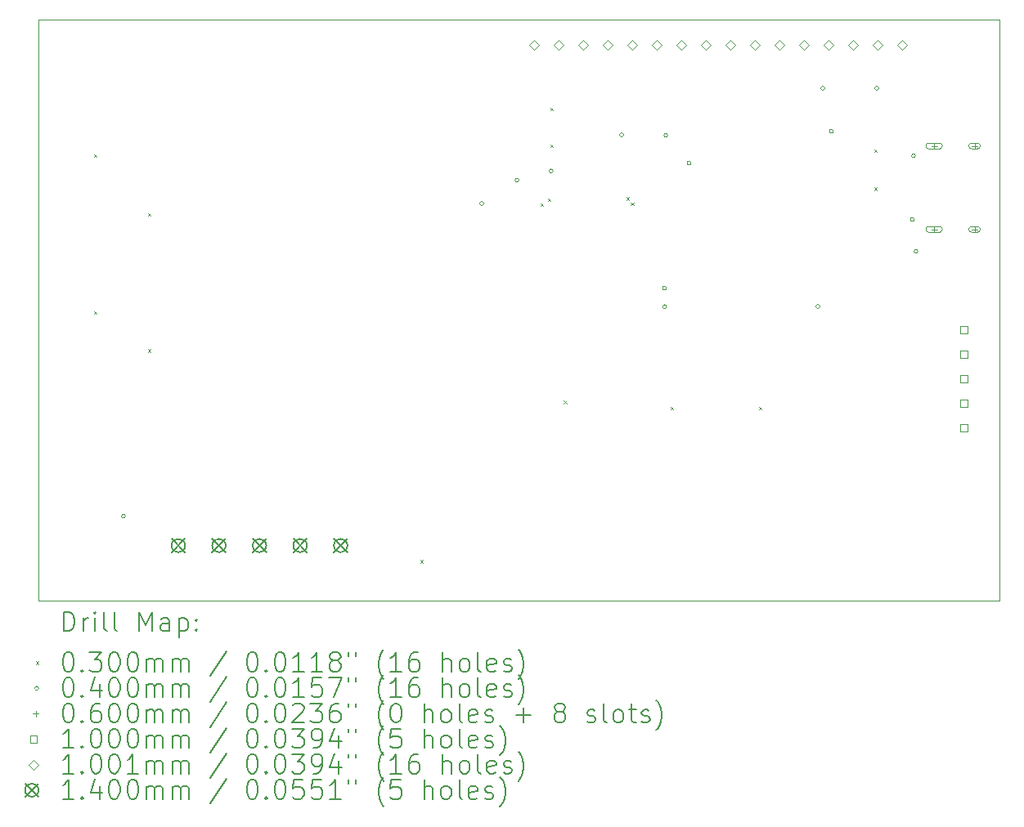
<source format=gbr>
%TF.GenerationSoftware,KiCad,Pcbnew,9.0.2*%
%TF.CreationDate,2025-07-11T13:24:08+02:00*%
%TF.ProjectId,TeslaBMBCheck,5465736c-6142-44d4-9243-6865636b2e6b,1.0*%
%TF.SameCoordinates,Original*%
%TF.FileFunction,Drillmap*%
%TF.FilePolarity,Positive*%
%FSLAX45Y45*%
G04 Gerber Fmt 4.5, Leading zero omitted, Abs format (unit mm)*
G04 Created by KiCad (PCBNEW 9.0.2) date 2025-07-11 13:24:08*
%MOMM*%
%LPD*%
G01*
G04 APERTURE LIST*
%ADD10C,0.050000*%
%ADD11C,0.200000*%
%ADD12C,0.100000*%
%ADD13C,0.100076*%
%ADD14C,0.140000*%
G04 APERTURE END LIST*
D10*
X7493000Y-10782300D02*
X7620000Y-10782300D01*
X7493000Y-10782300D02*
X7493000Y-4762500D01*
X7620000Y-4762500D02*
X17437100Y-4762500D01*
X7493000Y-4762500D02*
X7620000Y-4762500D01*
X17437100Y-10782300D02*
X7620000Y-10782300D01*
X17437100Y-4762500D02*
X17437100Y-10782300D01*
D11*
D12*
X8062200Y-6157200D02*
X8092200Y-6187200D01*
X8092200Y-6157200D02*
X8062200Y-6187200D01*
X8062200Y-7782800D02*
X8092200Y-7812800D01*
X8092200Y-7782800D02*
X8062200Y-7812800D01*
X8621000Y-6766800D02*
X8651000Y-6796800D01*
X8651000Y-6766800D02*
X8621000Y-6796800D01*
X8621000Y-8176500D02*
X8651000Y-8206500D01*
X8651000Y-8176500D02*
X8621000Y-8206500D01*
X11440400Y-10360900D02*
X11470400Y-10390900D01*
X11470400Y-10360900D02*
X11440400Y-10390900D01*
X12685000Y-6665200D02*
X12715000Y-6695200D01*
X12715000Y-6665200D02*
X12685000Y-6695200D01*
X12761200Y-6612700D02*
X12791200Y-6642700D01*
X12791200Y-6612700D02*
X12761200Y-6642700D01*
X12786600Y-5674600D02*
X12816600Y-5704600D01*
X12816600Y-5674600D02*
X12786600Y-5704600D01*
X12786600Y-6055600D02*
X12816600Y-6085600D01*
X12816600Y-6055600D02*
X12786600Y-6085600D01*
X12926300Y-8709900D02*
X12956300Y-8739900D01*
X12956300Y-8709900D02*
X12926300Y-8739900D01*
X13574000Y-6601700D02*
X13604000Y-6631700D01*
X13604000Y-6601700D02*
X13574000Y-6631700D01*
X13619962Y-6656700D02*
X13649962Y-6686700D01*
X13649962Y-6656700D02*
X13619962Y-6686700D01*
X14031200Y-8773400D02*
X14061200Y-8803400D01*
X14061200Y-8773400D02*
X14031200Y-8803400D01*
X14945600Y-8773400D02*
X14975600Y-8803400D01*
X14975600Y-8773400D02*
X14945600Y-8803400D01*
X16139400Y-6106400D02*
X16169400Y-6136400D01*
X16169400Y-6106400D02*
X16139400Y-6136400D01*
X16139400Y-6500100D02*
X16169400Y-6530100D01*
X16169400Y-6500100D02*
X16139400Y-6530100D01*
X8389300Y-9906000D02*
G75*
G02*
X8349300Y-9906000I-20000J0D01*
G01*
X8349300Y-9906000D02*
G75*
G02*
X8389300Y-9906000I20000J0D01*
G01*
X12097700Y-6667500D02*
G75*
G02*
X12057700Y-6667500I-20000J0D01*
G01*
X12057700Y-6667500D02*
G75*
G02*
X12097700Y-6667500I20000J0D01*
G01*
X12463045Y-6423245D02*
G75*
G02*
X12423045Y-6423245I-20000J0D01*
G01*
X12423045Y-6423245D02*
G75*
G02*
X12463045Y-6423245I20000J0D01*
G01*
X12816520Y-6329680D02*
G75*
G02*
X12776520Y-6329680I-20000J0D01*
G01*
X12776520Y-6329680D02*
G75*
G02*
X12816520Y-6329680I20000J0D01*
G01*
X13545500Y-5956300D02*
G75*
G02*
X13505500Y-5956300I-20000J0D01*
G01*
X13505500Y-5956300D02*
G75*
G02*
X13545500Y-5956300I20000J0D01*
G01*
X13990000Y-7543800D02*
G75*
G02*
X13950000Y-7543800I-20000J0D01*
G01*
X13950000Y-7543800D02*
G75*
G02*
X13990000Y-7543800I20000J0D01*
G01*
X13991900Y-7734300D02*
G75*
G02*
X13951900Y-7734300I-20000J0D01*
G01*
X13951900Y-7734300D02*
G75*
G02*
X13991900Y-7734300I20000J0D01*
G01*
X14002700Y-5959600D02*
G75*
G02*
X13962700Y-5959600I-20000J0D01*
G01*
X13962700Y-5959600D02*
G75*
G02*
X14002700Y-5959600I20000J0D01*
G01*
X14244000Y-6248400D02*
G75*
G02*
X14204000Y-6248400I-20000J0D01*
G01*
X14204000Y-6248400D02*
G75*
G02*
X14244000Y-6248400I20000J0D01*
G01*
X15577500Y-7734300D02*
G75*
G02*
X15537500Y-7734300I-20000J0D01*
G01*
X15537500Y-7734300D02*
G75*
G02*
X15577500Y-7734300I20000J0D01*
G01*
X15628300Y-5473700D02*
G75*
G02*
X15588300Y-5473700I-20000J0D01*
G01*
X15588300Y-5473700D02*
G75*
G02*
X15628300Y-5473700I20000J0D01*
G01*
X15717200Y-5918200D02*
G75*
G02*
X15677200Y-5918200I-20000J0D01*
G01*
X15677200Y-5918200D02*
G75*
G02*
X15717200Y-5918200I20000J0D01*
G01*
X16187100Y-5473700D02*
G75*
G02*
X16147100Y-5473700I-20000J0D01*
G01*
X16147100Y-5473700D02*
G75*
G02*
X16187100Y-5473700I20000J0D01*
G01*
X16555400Y-6832600D02*
G75*
G02*
X16515400Y-6832600I-20000J0D01*
G01*
X16515400Y-6832600D02*
G75*
G02*
X16555400Y-6832600I20000J0D01*
G01*
X16568100Y-6172200D02*
G75*
G02*
X16528100Y-6172200I-20000J0D01*
G01*
X16528100Y-6172200D02*
G75*
G02*
X16568100Y-6172200I20000J0D01*
G01*
X16593500Y-7162800D02*
G75*
G02*
X16553500Y-7162800I-20000J0D01*
G01*
X16553500Y-7162800D02*
G75*
G02*
X16593500Y-7162800I20000J0D01*
G01*
X16761200Y-6040400D02*
X16761200Y-6100400D01*
X16731200Y-6070400D02*
X16791200Y-6070400D01*
X16816200Y-6040400D02*
X16706200Y-6040400D01*
X16706200Y-6100400D02*
G75*
G02*
X16706200Y-6040400I0J30000D01*
G01*
X16706200Y-6100400D02*
X16816200Y-6100400D01*
X16816200Y-6100400D02*
G75*
G03*
X16816200Y-6040400I0J30000D01*
G01*
X16761200Y-6040400D02*
X16761200Y-6100400D01*
X16731200Y-6070400D02*
X16791200Y-6070400D01*
X16706200Y-6100400D02*
X16816200Y-6100400D01*
X16816200Y-6040400D02*
G75*
G02*
X16816200Y-6100400I0J-30000D01*
G01*
X16816200Y-6040400D02*
X16706200Y-6040400D01*
X16706200Y-6040400D02*
G75*
G03*
X16706200Y-6100400I0J-30000D01*
G01*
X16761200Y-6904400D02*
X16761200Y-6964400D01*
X16731200Y-6934400D02*
X16791200Y-6934400D01*
X16816200Y-6904400D02*
X16706200Y-6904400D01*
X16706200Y-6964400D02*
G75*
G02*
X16706200Y-6904400I0J30000D01*
G01*
X16706200Y-6964400D02*
X16816200Y-6964400D01*
X16816200Y-6964400D02*
G75*
G03*
X16816200Y-6904400I0J30000D01*
G01*
X16761200Y-6904400D02*
X16761200Y-6964400D01*
X16731200Y-6934400D02*
X16791200Y-6934400D01*
X16706200Y-6964400D02*
X16816200Y-6964400D01*
X16816200Y-6904400D02*
G75*
G02*
X16816200Y-6964400I0J-30000D01*
G01*
X16816200Y-6904400D02*
X16706200Y-6904400D01*
X16706200Y-6904400D02*
G75*
G03*
X16706200Y-6964400I0J-30000D01*
G01*
X17179200Y-6040400D02*
X17179200Y-6100400D01*
X17149200Y-6070400D02*
X17209200Y-6070400D01*
X17149200Y-6100400D02*
X17209200Y-6100400D01*
X17209200Y-6040400D02*
G75*
G02*
X17209200Y-6100400I0J-30000D01*
G01*
X17209200Y-6040400D02*
X17149200Y-6040400D01*
X17149200Y-6040400D02*
G75*
G03*
X17149200Y-6100400I0J-30000D01*
G01*
X17179200Y-6040400D02*
X17179200Y-6100400D01*
X17149200Y-6070400D02*
X17209200Y-6070400D01*
X17209200Y-6040400D02*
X17149200Y-6040400D01*
X17149200Y-6100400D02*
G75*
G02*
X17149200Y-6040400I0J30000D01*
G01*
X17149200Y-6100400D02*
X17209200Y-6100400D01*
X17209200Y-6100400D02*
G75*
G03*
X17209200Y-6040400I0J30000D01*
G01*
X17179200Y-6904400D02*
X17179200Y-6964400D01*
X17149200Y-6934400D02*
X17209200Y-6934400D01*
X17209200Y-6904400D02*
X17149200Y-6904400D01*
X17149200Y-6964400D02*
G75*
G02*
X17149200Y-6904400I0J30000D01*
G01*
X17149200Y-6964400D02*
X17209200Y-6964400D01*
X17209200Y-6964400D02*
G75*
G03*
X17209200Y-6904400I0J30000D01*
G01*
X17179200Y-6904400D02*
X17179200Y-6964400D01*
X17149200Y-6934400D02*
X17209200Y-6934400D01*
X17149200Y-6964400D02*
X17209200Y-6964400D01*
X17209200Y-6904400D02*
G75*
G02*
X17209200Y-6964400I0J-30000D01*
G01*
X17209200Y-6904400D02*
X17149200Y-6904400D01*
X17149200Y-6904400D02*
G75*
G03*
X17149200Y-6964400I0J-30000D01*
G01*
X17104156Y-8010956D02*
X17104156Y-7940244D01*
X17033444Y-7940244D01*
X17033444Y-8010956D01*
X17104156Y-8010956D01*
X17104156Y-8264956D02*
X17104156Y-8194244D01*
X17033444Y-8194244D01*
X17033444Y-8264956D01*
X17104156Y-8264956D01*
X17104156Y-8518956D02*
X17104156Y-8448244D01*
X17033444Y-8448244D01*
X17033444Y-8518956D01*
X17104156Y-8518956D01*
X17104156Y-8772956D02*
X17104156Y-8702244D01*
X17033444Y-8702244D01*
X17033444Y-8772956D01*
X17104156Y-8772956D01*
X17104156Y-9026956D02*
X17104156Y-8956244D01*
X17033444Y-8956244D01*
X17033444Y-9026956D01*
X17104156Y-9026956D01*
D13*
X12617380Y-5070624D02*
X12667418Y-5020586D01*
X12617380Y-4970548D01*
X12567342Y-5020586D01*
X12617380Y-5070624D01*
X12871380Y-5070624D02*
X12921418Y-5020586D01*
X12871380Y-4970548D01*
X12821342Y-5020586D01*
X12871380Y-5070624D01*
X13125380Y-5070624D02*
X13175418Y-5020586D01*
X13125380Y-4970548D01*
X13075342Y-5020586D01*
X13125380Y-5070624D01*
X13379380Y-5070624D02*
X13429418Y-5020586D01*
X13379380Y-4970548D01*
X13329342Y-5020586D01*
X13379380Y-5070624D01*
X13633380Y-5070624D02*
X13683418Y-5020586D01*
X13633380Y-4970548D01*
X13583342Y-5020586D01*
X13633380Y-5070624D01*
X13887380Y-5070624D02*
X13937418Y-5020586D01*
X13887380Y-4970548D01*
X13837342Y-5020586D01*
X13887380Y-5070624D01*
X14141380Y-5070624D02*
X14191418Y-5020586D01*
X14141380Y-4970548D01*
X14091342Y-5020586D01*
X14141380Y-5070624D01*
X14395380Y-5070624D02*
X14445418Y-5020586D01*
X14395380Y-4970548D01*
X14345342Y-5020586D01*
X14395380Y-5070624D01*
X14649380Y-5070624D02*
X14699418Y-5020586D01*
X14649380Y-4970548D01*
X14599342Y-5020586D01*
X14649380Y-5070624D01*
X14903380Y-5070624D02*
X14953418Y-5020586D01*
X14903380Y-4970548D01*
X14853342Y-5020586D01*
X14903380Y-5070624D01*
X15157380Y-5070624D02*
X15207418Y-5020586D01*
X15157380Y-4970548D01*
X15107342Y-5020586D01*
X15157380Y-5070624D01*
X15411380Y-5070624D02*
X15461418Y-5020586D01*
X15411380Y-4970548D01*
X15361342Y-5020586D01*
X15411380Y-5070624D01*
X15665380Y-5070624D02*
X15715418Y-5020586D01*
X15665380Y-4970548D01*
X15615342Y-5020586D01*
X15665380Y-5070624D01*
X15919380Y-5070624D02*
X15969418Y-5020586D01*
X15919380Y-4970548D01*
X15869342Y-5020586D01*
X15919380Y-5070624D01*
X16173380Y-5070624D02*
X16223418Y-5020586D01*
X16173380Y-4970548D01*
X16123342Y-5020586D01*
X16173380Y-5070624D01*
X16427380Y-5070624D02*
X16477418Y-5020586D01*
X16427380Y-4970548D01*
X16377342Y-5020586D01*
X16427380Y-5070624D01*
D14*
X8867200Y-10140800D02*
X9007200Y-10280800D01*
X9007200Y-10140800D02*
X8867200Y-10280800D01*
X9007200Y-10210800D02*
G75*
G02*
X8867200Y-10210800I-70000J0D01*
G01*
X8867200Y-10210800D02*
G75*
G02*
X9007200Y-10210800I70000J0D01*
G01*
X9287200Y-10140800D02*
X9427200Y-10280800D01*
X9427200Y-10140800D02*
X9287200Y-10280800D01*
X9427200Y-10210800D02*
G75*
G02*
X9287200Y-10210800I-70000J0D01*
G01*
X9287200Y-10210800D02*
G75*
G02*
X9427200Y-10210800I70000J0D01*
G01*
X9707200Y-10140800D02*
X9847200Y-10280800D01*
X9847200Y-10140800D02*
X9707200Y-10280800D01*
X9847200Y-10210800D02*
G75*
G02*
X9707200Y-10210800I-70000J0D01*
G01*
X9707200Y-10210800D02*
G75*
G02*
X9847200Y-10210800I70000J0D01*
G01*
X10127200Y-10140800D02*
X10267200Y-10280800D01*
X10267200Y-10140800D02*
X10127200Y-10280800D01*
X10267200Y-10210800D02*
G75*
G02*
X10127200Y-10210800I-70000J0D01*
G01*
X10127200Y-10210800D02*
G75*
G02*
X10267200Y-10210800I70000J0D01*
G01*
X10547200Y-10140800D02*
X10687200Y-10280800D01*
X10687200Y-10140800D02*
X10547200Y-10280800D01*
X10687200Y-10210800D02*
G75*
G02*
X10547200Y-10210800I-70000J0D01*
G01*
X10547200Y-10210800D02*
G75*
G02*
X10687200Y-10210800I70000J0D01*
G01*
D11*
X7751277Y-11096284D02*
X7751277Y-10896284D01*
X7751277Y-10896284D02*
X7798896Y-10896284D01*
X7798896Y-10896284D02*
X7827467Y-10905808D01*
X7827467Y-10905808D02*
X7846515Y-10924855D01*
X7846515Y-10924855D02*
X7856039Y-10943903D01*
X7856039Y-10943903D02*
X7865562Y-10981998D01*
X7865562Y-10981998D02*
X7865562Y-11010570D01*
X7865562Y-11010570D02*
X7856039Y-11048665D01*
X7856039Y-11048665D02*
X7846515Y-11067712D01*
X7846515Y-11067712D02*
X7827467Y-11086760D01*
X7827467Y-11086760D02*
X7798896Y-11096284D01*
X7798896Y-11096284D02*
X7751277Y-11096284D01*
X7951277Y-11096284D02*
X7951277Y-10962950D01*
X7951277Y-11001046D02*
X7960801Y-10981998D01*
X7960801Y-10981998D02*
X7970324Y-10972474D01*
X7970324Y-10972474D02*
X7989372Y-10962950D01*
X7989372Y-10962950D02*
X8008420Y-10962950D01*
X8075086Y-11096284D02*
X8075086Y-10962950D01*
X8075086Y-10896284D02*
X8065562Y-10905808D01*
X8065562Y-10905808D02*
X8075086Y-10915331D01*
X8075086Y-10915331D02*
X8084610Y-10905808D01*
X8084610Y-10905808D02*
X8075086Y-10896284D01*
X8075086Y-10896284D02*
X8075086Y-10915331D01*
X8198896Y-11096284D02*
X8179848Y-11086760D01*
X8179848Y-11086760D02*
X8170324Y-11067712D01*
X8170324Y-11067712D02*
X8170324Y-10896284D01*
X8303658Y-11096284D02*
X8284610Y-11086760D01*
X8284610Y-11086760D02*
X8275086Y-11067712D01*
X8275086Y-11067712D02*
X8275086Y-10896284D01*
X8532229Y-11096284D02*
X8532229Y-10896284D01*
X8532229Y-10896284D02*
X8598896Y-11039141D01*
X8598896Y-11039141D02*
X8665563Y-10896284D01*
X8665563Y-10896284D02*
X8665563Y-11096284D01*
X8846515Y-11096284D02*
X8846515Y-10991522D01*
X8846515Y-10991522D02*
X8836991Y-10972474D01*
X8836991Y-10972474D02*
X8817944Y-10962950D01*
X8817944Y-10962950D02*
X8779848Y-10962950D01*
X8779848Y-10962950D02*
X8760801Y-10972474D01*
X8846515Y-11086760D02*
X8827467Y-11096284D01*
X8827467Y-11096284D02*
X8779848Y-11096284D01*
X8779848Y-11096284D02*
X8760801Y-11086760D01*
X8760801Y-11086760D02*
X8751277Y-11067712D01*
X8751277Y-11067712D02*
X8751277Y-11048665D01*
X8751277Y-11048665D02*
X8760801Y-11029617D01*
X8760801Y-11029617D02*
X8779848Y-11020093D01*
X8779848Y-11020093D02*
X8827467Y-11020093D01*
X8827467Y-11020093D02*
X8846515Y-11010570D01*
X8941753Y-10962950D02*
X8941753Y-11162950D01*
X8941753Y-10972474D02*
X8960801Y-10962950D01*
X8960801Y-10962950D02*
X8998896Y-10962950D01*
X8998896Y-10962950D02*
X9017944Y-10972474D01*
X9017944Y-10972474D02*
X9027467Y-10981998D01*
X9027467Y-10981998D02*
X9036991Y-11001046D01*
X9036991Y-11001046D02*
X9036991Y-11058189D01*
X9036991Y-11058189D02*
X9027467Y-11077236D01*
X9027467Y-11077236D02*
X9017944Y-11086760D01*
X9017944Y-11086760D02*
X8998896Y-11096284D01*
X8998896Y-11096284D02*
X8960801Y-11096284D01*
X8960801Y-11096284D02*
X8941753Y-11086760D01*
X9122705Y-11077236D02*
X9132229Y-11086760D01*
X9132229Y-11086760D02*
X9122705Y-11096284D01*
X9122705Y-11096284D02*
X9113182Y-11086760D01*
X9113182Y-11086760D02*
X9122705Y-11077236D01*
X9122705Y-11077236D02*
X9122705Y-11096284D01*
X9122705Y-10972474D02*
X9132229Y-10981998D01*
X9132229Y-10981998D02*
X9122705Y-10991522D01*
X9122705Y-10991522D02*
X9113182Y-10981998D01*
X9113182Y-10981998D02*
X9122705Y-10972474D01*
X9122705Y-10972474D02*
X9122705Y-10991522D01*
D12*
X7460500Y-11409800D02*
X7490500Y-11439800D01*
X7490500Y-11409800D02*
X7460500Y-11439800D01*
D11*
X7789372Y-11316284D02*
X7808420Y-11316284D01*
X7808420Y-11316284D02*
X7827467Y-11325808D01*
X7827467Y-11325808D02*
X7836991Y-11335331D01*
X7836991Y-11335331D02*
X7846515Y-11354379D01*
X7846515Y-11354379D02*
X7856039Y-11392474D01*
X7856039Y-11392474D02*
X7856039Y-11440093D01*
X7856039Y-11440093D02*
X7846515Y-11478188D01*
X7846515Y-11478188D02*
X7836991Y-11497236D01*
X7836991Y-11497236D02*
X7827467Y-11506760D01*
X7827467Y-11506760D02*
X7808420Y-11516284D01*
X7808420Y-11516284D02*
X7789372Y-11516284D01*
X7789372Y-11516284D02*
X7770324Y-11506760D01*
X7770324Y-11506760D02*
X7760801Y-11497236D01*
X7760801Y-11497236D02*
X7751277Y-11478188D01*
X7751277Y-11478188D02*
X7741753Y-11440093D01*
X7741753Y-11440093D02*
X7741753Y-11392474D01*
X7741753Y-11392474D02*
X7751277Y-11354379D01*
X7751277Y-11354379D02*
X7760801Y-11335331D01*
X7760801Y-11335331D02*
X7770324Y-11325808D01*
X7770324Y-11325808D02*
X7789372Y-11316284D01*
X7941753Y-11497236D02*
X7951277Y-11506760D01*
X7951277Y-11506760D02*
X7941753Y-11516284D01*
X7941753Y-11516284D02*
X7932229Y-11506760D01*
X7932229Y-11506760D02*
X7941753Y-11497236D01*
X7941753Y-11497236D02*
X7941753Y-11516284D01*
X8017943Y-11316284D02*
X8141753Y-11316284D01*
X8141753Y-11316284D02*
X8075086Y-11392474D01*
X8075086Y-11392474D02*
X8103658Y-11392474D01*
X8103658Y-11392474D02*
X8122705Y-11401998D01*
X8122705Y-11401998D02*
X8132229Y-11411522D01*
X8132229Y-11411522D02*
X8141753Y-11430569D01*
X8141753Y-11430569D02*
X8141753Y-11478188D01*
X8141753Y-11478188D02*
X8132229Y-11497236D01*
X8132229Y-11497236D02*
X8122705Y-11506760D01*
X8122705Y-11506760D02*
X8103658Y-11516284D01*
X8103658Y-11516284D02*
X8046515Y-11516284D01*
X8046515Y-11516284D02*
X8027467Y-11506760D01*
X8027467Y-11506760D02*
X8017943Y-11497236D01*
X8265562Y-11316284D02*
X8284610Y-11316284D01*
X8284610Y-11316284D02*
X8303658Y-11325808D01*
X8303658Y-11325808D02*
X8313182Y-11335331D01*
X8313182Y-11335331D02*
X8322705Y-11354379D01*
X8322705Y-11354379D02*
X8332229Y-11392474D01*
X8332229Y-11392474D02*
X8332229Y-11440093D01*
X8332229Y-11440093D02*
X8322705Y-11478188D01*
X8322705Y-11478188D02*
X8313182Y-11497236D01*
X8313182Y-11497236D02*
X8303658Y-11506760D01*
X8303658Y-11506760D02*
X8284610Y-11516284D01*
X8284610Y-11516284D02*
X8265562Y-11516284D01*
X8265562Y-11516284D02*
X8246515Y-11506760D01*
X8246515Y-11506760D02*
X8236991Y-11497236D01*
X8236991Y-11497236D02*
X8227467Y-11478188D01*
X8227467Y-11478188D02*
X8217943Y-11440093D01*
X8217943Y-11440093D02*
X8217943Y-11392474D01*
X8217943Y-11392474D02*
X8227467Y-11354379D01*
X8227467Y-11354379D02*
X8236991Y-11335331D01*
X8236991Y-11335331D02*
X8246515Y-11325808D01*
X8246515Y-11325808D02*
X8265562Y-11316284D01*
X8456039Y-11316284D02*
X8475086Y-11316284D01*
X8475086Y-11316284D02*
X8494134Y-11325808D01*
X8494134Y-11325808D02*
X8503658Y-11335331D01*
X8503658Y-11335331D02*
X8513182Y-11354379D01*
X8513182Y-11354379D02*
X8522705Y-11392474D01*
X8522705Y-11392474D02*
X8522705Y-11440093D01*
X8522705Y-11440093D02*
X8513182Y-11478188D01*
X8513182Y-11478188D02*
X8503658Y-11497236D01*
X8503658Y-11497236D02*
X8494134Y-11506760D01*
X8494134Y-11506760D02*
X8475086Y-11516284D01*
X8475086Y-11516284D02*
X8456039Y-11516284D01*
X8456039Y-11516284D02*
X8436991Y-11506760D01*
X8436991Y-11506760D02*
X8427467Y-11497236D01*
X8427467Y-11497236D02*
X8417944Y-11478188D01*
X8417944Y-11478188D02*
X8408420Y-11440093D01*
X8408420Y-11440093D02*
X8408420Y-11392474D01*
X8408420Y-11392474D02*
X8417944Y-11354379D01*
X8417944Y-11354379D02*
X8427467Y-11335331D01*
X8427467Y-11335331D02*
X8436991Y-11325808D01*
X8436991Y-11325808D02*
X8456039Y-11316284D01*
X8608420Y-11516284D02*
X8608420Y-11382950D01*
X8608420Y-11401998D02*
X8617944Y-11392474D01*
X8617944Y-11392474D02*
X8636991Y-11382950D01*
X8636991Y-11382950D02*
X8665563Y-11382950D01*
X8665563Y-11382950D02*
X8684610Y-11392474D01*
X8684610Y-11392474D02*
X8694134Y-11411522D01*
X8694134Y-11411522D02*
X8694134Y-11516284D01*
X8694134Y-11411522D02*
X8703658Y-11392474D01*
X8703658Y-11392474D02*
X8722705Y-11382950D01*
X8722705Y-11382950D02*
X8751277Y-11382950D01*
X8751277Y-11382950D02*
X8770325Y-11392474D01*
X8770325Y-11392474D02*
X8779848Y-11411522D01*
X8779848Y-11411522D02*
X8779848Y-11516284D01*
X8875086Y-11516284D02*
X8875086Y-11382950D01*
X8875086Y-11401998D02*
X8884610Y-11392474D01*
X8884610Y-11392474D02*
X8903658Y-11382950D01*
X8903658Y-11382950D02*
X8932229Y-11382950D01*
X8932229Y-11382950D02*
X8951277Y-11392474D01*
X8951277Y-11392474D02*
X8960801Y-11411522D01*
X8960801Y-11411522D02*
X8960801Y-11516284D01*
X8960801Y-11411522D02*
X8970325Y-11392474D01*
X8970325Y-11392474D02*
X8989372Y-11382950D01*
X8989372Y-11382950D02*
X9017944Y-11382950D01*
X9017944Y-11382950D02*
X9036991Y-11392474D01*
X9036991Y-11392474D02*
X9046515Y-11411522D01*
X9046515Y-11411522D02*
X9046515Y-11516284D01*
X9436991Y-11306760D02*
X9265563Y-11563903D01*
X9694134Y-11316284D02*
X9713182Y-11316284D01*
X9713182Y-11316284D02*
X9732229Y-11325808D01*
X9732229Y-11325808D02*
X9741753Y-11335331D01*
X9741753Y-11335331D02*
X9751277Y-11354379D01*
X9751277Y-11354379D02*
X9760801Y-11392474D01*
X9760801Y-11392474D02*
X9760801Y-11440093D01*
X9760801Y-11440093D02*
X9751277Y-11478188D01*
X9751277Y-11478188D02*
X9741753Y-11497236D01*
X9741753Y-11497236D02*
X9732229Y-11506760D01*
X9732229Y-11506760D02*
X9713182Y-11516284D01*
X9713182Y-11516284D02*
X9694134Y-11516284D01*
X9694134Y-11516284D02*
X9675087Y-11506760D01*
X9675087Y-11506760D02*
X9665563Y-11497236D01*
X9665563Y-11497236D02*
X9656039Y-11478188D01*
X9656039Y-11478188D02*
X9646515Y-11440093D01*
X9646515Y-11440093D02*
X9646515Y-11392474D01*
X9646515Y-11392474D02*
X9656039Y-11354379D01*
X9656039Y-11354379D02*
X9665563Y-11335331D01*
X9665563Y-11335331D02*
X9675087Y-11325808D01*
X9675087Y-11325808D02*
X9694134Y-11316284D01*
X9846515Y-11497236D02*
X9856039Y-11506760D01*
X9856039Y-11506760D02*
X9846515Y-11516284D01*
X9846515Y-11516284D02*
X9836991Y-11506760D01*
X9836991Y-11506760D02*
X9846515Y-11497236D01*
X9846515Y-11497236D02*
X9846515Y-11516284D01*
X9979848Y-11316284D02*
X9998896Y-11316284D01*
X9998896Y-11316284D02*
X10017944Y-11325808D01*
X10017944Y-11325808D02*
X10027468Y-11335331D01*
X10027468Y-11335331D02*
X10036991Y-11354379D01*
X10036991Y-11354379D02*
X10046515Y-11392474D01*
X10046515Y-11392474D02*
X10046515Y-11440093D01*
X10046515Y-11440093D02*
X10036991Y-11478188D01*
X10036991Y-11478188D02*
X10027468Y-11497236D01*
X10027468Y-11497236D02*
X10017944Y-11506760D01*
X10017944Y-11506760D02*
X9998896Y-11516284D01*
X9998896Y-11516284D02*
X9979848Y-11516284D01*
X9979848Y-11516284D02*
X9960801Y-11506760D01*
X9960801Y-11506760D02*
X9951277Y-11497236D01*
X9951277Y-11497236D02*
X9941753Y-11478188D01*
X9941753Y-11478188D02*
X9932229Y-11440093D01*
X9932229Y-11440093D02*
X9932229Y-11392474D01*
X9932229Y-11392474D02*
X9941753Y-11354379D01*
X9941753Y-11354379D02*
X9951277Y-11335331D01*
X9951277Y-11335331D02*
X9960801Y-11325808D01*
X9960801Y-11325808D02*
X9979848Y-11316284D01*
X10236991Y-11516284D02*
X10122706Y-11516284D01*
X10179848Y-11516284D02*
X10179848Y-11316284D01*
X10179848Y-11316284D02*
X10160801Y-11344855D01*
X10160801Y-11344855D02*
X10141753Y-11363903D01*
X10141753Y-11363903D02*
X10122706Y-11373427D01*
X10427468Y-11516284D02*
X10313182Y-11516284D01*
X10370325Y-11516284D02*
X10370325Y-11316284D01*
X10370325Y-11316284D02*
X10351277Y-11344855D01*
X10351277Y-11344855D02*
X10332229Y-11363903D01*
X10332229Y-11363903D02*
X10313182Y-11373427D01*
X10541753Y-11401998D02*
X10522706Y-11392474D01*
X10522706Y-11392474D02*
X10513182Y-11382950D01*
X10513182Y-11382950D02*
X10503658Y-11363903D01*
X10503658Y-11363903D02*
X10503658Y-11354379D01*
X10503658Y-11354379D02*
X10513182Y-11335331D01*
X10513182Y-11335331D02*
X10522706Y-11325808D01*
X10522706Y-11325808D02*
X10541753Y-11316284D01*
X10541753Y-11316284D02*
X10579849Y-11316284D01*
X10579849Y-11316284D02*
X10598896Y-11325808D01*
X10598896Y-11325808D02*
X10608420Y-11335331D01*
X10608420Y-11335331D02*
X10617944Y-11354379D01*
X10617944Y-11354379D02*
X10617944Y-11363903D01*
X10617944Y-11363903D02*
X10608420Y-11382950D01*
X10608420Y-11382950D02*
X10598896Y-11392474D01*
X10598896Y-11392474D02*
X10579849Y-11401998D01*
X10579849Y-11401998D02*
X10541753Y-11401998D01*
X10541753Y-11401998D02*
X10522706Y-11411522D01*
X10522706Y-11411522D02*
X10513182Y-11421046D01*
X10513182Y-11421046D02*
X10503658Y-11440093D01*
X10503658Y-11440093D02*
X10503658Y-11478188D01*
X10503658Y-11478188D02*
X10513182Y-11497236D01*
X10513182Y-11497236D02*
X10522706Y-11506760D01*
X10522706Y-11506760D02*
X10541753Y-11516284D01*
X10541753Y-11516284D02*
X10579849Y-11516284D01*
X10579849Y-11516284D02*
X10598896Y-11506760D01*
X10598896Y-11506760D02*
X10608420Y-11497236D01*
X10608420Y-11497236D02*
X10617944Y-11478188D01*
X10617944Y-11478188D02*
X10617944Y-11440093D01*
X10617944Y-11440093D02*
X10608420Y-11421046D01*
X10608420Y-11421046D02*
X10598896Y-11411522D01*
X10598896Y-11411522D02*
X10579849Y-11401998D01*
X10694134Y-11316284D02*
X10694134Y-11354379D01*
X10770325Y-11316284D02*
X10770325Y-11354379D01*
X11065563Y-11592474D02*
X11056039Y-11582950D01*
X11056039Y-11582950D02*
X11036991Y-11554379D01*
X11036991Y-11554379D02*
X11027468Y-11535331D01*
X11027468Y-11535331D02*
X11017944Y-11506760D01*
X11017944Y-11506760D02*
X11008420Y-11459141D01*
X11008420Y-11459141D02*
X11008420Y-11421046D01*
X11008420Y-11421046D02*
X11017944Y-11373427D01*
X11017944Y-11373427D02*
X11027468Y-11344855D01*
X11027468Y-11344855D02*
X11036991Y-11325808D01*
X11036991Y-11325808D02*
X11056039Y-11297236D01*
X11056039Y-11297236D02*
X11065563Y-11287712D01*
X11246515Y-11516284D02*
X11132230Y-11516284D01*
X11189372Y-11516284D02*
X11189372Y-11316284D01*
X11189372Y-11316284D02*
X11170325Y-11344855D01*
X11170325Y-11344855D02*
X11151277Y-11363903D01*
X11151277Y-11363903D02*
X11132230Y-11373427D01*
X11417944Y-11316284D02*
X11379848Y-11316284D01*
X11379848Y-11316284D02*
X11360801Y-11325808D01*
X11360801Y-11325808D02*
X11351277Y-11335331D01*
X11351277Y-11335331D02*
X11332229Y-11363903D01*
X11332229Y-11363903D02*
X11322706Y-11401998D01*
X11322706Y-11401998D02*
X11322706Y-11478188D01*
X11322706Y-11478188D02*
X11332229Y-11497236D01*
X11332229Y-11497236D02*
X11341753Y-11506760D01*
X11341753Y-11506760D02*
X11360801Y-11516284D01*
X11360801Y-11516284D02*
X11398896Y-11516284D01*
X11398896Y-11516284D02*
X11417944Y-11506760D01*
X11417944Y-11506760D02*
X11427468Y-11497236D01*
X11427468Y-11497236D02*
X11436991Y-11478188D01*
X11436991Y-11478188D02*
X11436991Y-11430569D01*
X11436991Y-11430569D02*
X11427468Y-11411522D01*
X11427468Y-11411522D02*
X11417944Y-11401998D01*
X11417944Y-11401998D02*
X11398896Y-11392474D01*
X11398896Y-11392474D02*
X11360801Y-11392474D01*
X11360801Y-11392474D02*
X11341753Y-11401998D01*
X11341753Y-11401998D02*
X11332229Y-11411522D01*
X11332229Y-11411522D02*
X11322706Y-11430569D01*
X11675087Y-11516284D02*
X11675087Y-11316284D01*
X11760801Y-11516284D02*
X11760801Y-11411522D01*
X11760801Y-11411522D02*
X11751277Y-11392474D01*
X11751277Y-11392474D02*
X11732230Y-11382950D01*
X11732230Y-11382950D02*
X11703658Y-11382950D01*
X11703658Y-11382950D02*
X11684610Y-11392474D01*
X11684610Y-11392474D02*
X11675087Y-11401998D01*
X11884610Y-11516284D02*
X11865563Y-11506760D01*
X11865563Y-11506760D02*
X11856039Y-11497236D01*
X11856039Y-11497236D02*
X11846515Y-11478188D01*
X11846515Y-11478188D02*
X11846515Y-11421046D01*
X11846515Y-11421046D02*
X11856039Y-11401998D01*
X11856039Y-11401998D02*
X11865563Y-11392474D01*
X11865563Y-11392474D02*
X11884610Y-11382950D01*
X11884610Y-11382950D02*
X11913182Y-11382950D01*
X11913182Y-11382950D02*
X11932230Y-11392474D01*
X11932230Y-11392474D02*
X11941753Y-11401998D01*
X11941753Y-11401998D02*
X11951277Y-11421046D01*
X11951277Y-11421046D02*
X11951277Y-11478188D01*
X11951277Y-11478188D02*
X11941753Y-11497236D01*
X11941753Y-11497236D02*
X11932230Y-11506760D01*
X11932230Y-11506760D02*
X11913182Y-11516284D01*
X11913182Y-11516284D02*
X11884610Y-11516284D01*
X12065563Y-11516284D02*
X12046515Y-11506760D01*
X12046515Y-11506760D02*
X12036991Y-11487712D01*
X12036991Y-11487712D02*
X12036991Y-11316284D01*
X12217944Y-11506760D02*
X12198896Y-11516284D01*
X12198896Y-11516284D02*
X12160801Y-11516284D01*
X12160801Y-11516284D02*
X12141753Y-11506760D01*
X12141753Y-11506760D02*
X12132230Y-11487712D01*
X12132230Y-11487712D02*
X12132230Y-11411522D01*
X12132230Y-11411522D02*
X12141753Y-11392474D01*
X12141753Y-11392474D02*
X12160801Y-11382950D01*
X12160801Y-11382950D02*
X12198896Y-11382950D01*
X12198896Y-11382950D02*
X12217944Y-11392474D01*
X12217944Y-11392474D02*
X12227468Y-11411522D01*
X12227468Y-11411522D02*
X12227468Y-11430569D01*
X12227468Y-11430569D02*
X12132230Y-11449617D01*
X12303658Y-11506760D02*
X12322706Y-11516284D01*
X12322706Y-11516284D02*
X12360801Y-11516284D01*
X12360801Y-11516284D02*
X12379849Y-11506760D01*
X12379849Y-11506760D02*
X12389372Y-11487712D01*
X12389372Y-11487712D02*
X12389372Y-11478188D01*
X12389372Y-11478188D02*
X12379849Y-11459141D01*
X12379849Y-11459141D02*
X12360801Y-11449617D01*
X12360801Y-11449617D02*
X12332230Y-11449617D01*
X12332230Y-11449617D02*
X12313182Y-11440093D01*
X12313182Y-11440093D02*
X12303658Y-11421046D01*
X12303658Y-11421046D02*
X12303658Y-11411522D01*
X12303658Y-11411522D02*
X12313182Y-11392474D01*
X12313182Y-11392474D02*
X12332230Y-11382950D01*
X12332230Y-11382950D02*
X12360801Y-11382950D01*
X12360801Y-11382950D02*
X12379849Y-11392474D01*
X12456039Y-11592474D02*
X12465563Y-11582950D01*
X12465563Y-11582950D02*
X12484611Y-11554379D01*
X12484611Y-11554379D02*
X12494134Y-11535331D01*
X12494134Y-11535331D02*
X12503658Y-11506760D01*
X12503658Y-11506760D02*
X12513182Y-11459141D01*
X12513182Y-11459141D02*
X12513182Y-11421046D01*
X12513182Y-11421046D02*
X12503658Y-11373427D01*
X12503658Y-11373427D02*
X12494134Y-11344855D01*
X12494134Y-11344855D02*
X12484611Y-11325808D01*
X12484611Y-11325808D02*
X12465563Y-11297236D01*
X12465563Y-11297236D02*
X12456039Y-11287712D01*
D12*
X7490500Y-11688800D02*
G75*
G02*
X7450500Y-11688800I-20000J0D01*
G01*
X7450500Y-11688800D02*
G75*
G02*
X7490500Y-11688800I20000J0D01*
G01*
D11*
X7789372Y-11580284D02*
X7808420Y-11580284D01*
X7808420Y-11580284D02*
X7827467Y-11589808D01*
X7827467Y-11589808D02*
X7836991Y-11599331D01*
X7836991Y-11599331D02*
X7846515Y-11618379D01*
X7846515Y-11618379D02*
X7856039Y-11656474D01*
X7856039Y-11656474D02*
X7856039Y-11704093D01*
X7856039Y-11704093D02*
X7846515Y-11742188D01*
X7846515Y-11742188D02*
X7836991Y-11761236D01*
X7836991Y-11761236D02*
X7827467Y-11770760D01*
X7827467Y-11770760D02*
X7808420Y-11780284D01*
X7808420Y-11780284D02*
X7789372Y-11780284D01*
X7789372Y-11780284D02*
X7770324Y-11770760D01*
X7770324Y-11770760D02*
X7760801Y-11761236D01*
X7760801Y-11761236D02*
X7751277Y-11742188D01*
X7751277Y-11742188D02*
X7741753Y-11704093D01*
X7741753Y-11704093D02*
X7741753Y-11656474D01*
X7741753Y-11656474D02*
X7751277Y-11618379D01*
X7751277Y-11618379D02*
X7760801Y-11599331D01*
X7760801Y-11599331D02*
X7770324Y-11589808D01*
X7770324Y-11589808D02*
X7789372Y-11580284D01*
X7941753Y-11761236D02*
X7951277Y-11770760D01*
X7951277Y-11770760D02*
X7941753Y-11780284D01*
X7941753Y-11780284D02*
X7932229Y-11770760D01*
X7932229Y-11770760D02*
X7941753Y-11761236D01*
X7941753Y-11761236D02*
X7941753Y-11780284D01*
X8122705Y-11646950D02*
X8122705Y-11780284D01*
X8075086Y-11570760D02*
X8027467Y-11713617D01*
X8027467Y-11713617D02*
X8151277Y-11713617D01*
X8265562Y-11580284D02*
X8284610Y-11580284D01*
X8284610Y-11580284D02*
X8303658Y-11589808D01*
X8303658Y-11589808D02*
X8313182Y-11599331D01*
X8313182Y-11599331D02*
X8322705Y-11618379D01*
X8322705Y-11618379D02*
X8332229Y-11656474D01*
X8332229Y-11656474D02*
X8332229Y-11704093D01*
X8332229Y-11704093D02*
X8322705Y-11742188D01*
X8322705Y-11742188D02*
X8313182Y-11761236D01*
X8313182Y-11761236D02*
X8303658Y-11770760D01*
X8303658Y-11770760D02*
X8284610Y-11780284D01*
X8284610Y-11780284D02*
X8265562Y-11780284D01*
X8265562Y-11780284D02*
X8246515Y-11770760D01*
X8246515Y-11770760D02*
X8236991Y-11761236D01*
X8236991Y-11761236D02*
X8227467Y-11742188D01*
X8227467Y-11742188D02*
X8217943Y-11704093D01*
X8217943Y-11704093D02*
X8217943Y-11656474D01*
X8217943Y-11656474D02*
X8227467Y-11618379D01*
X8227467Y-11618379D02*
X8236991Y-11599331D01*
X8236991Y-11599331D02*
X8246515Y-11589808D01*
X8246515Y-11589808D02*
X8265562Y-11580284D01*
X8456039Y-11580284D02*
X8475086Y-11580284D01*
X8475086Y-11580284D02*
X8494134Y-11589808D01*
X8494134Y-11589808D02*
X8503658Y-11599331D01*
X8503658Y-11599331D02*
X8513182Y-11618379D01*
X8513182Y-11618379D02*
X8522705Y-11656474D01*
X8522705Y-11656474D02*
X8522705Y-11704093D01*
X8522705Y-11704093D02*
X8513182Y-11742188D01*
X8513182Y-11742188D02*
X8503658Y-11761236D01*
X8503658Y-11761236D02*
X8494134Y-11770760D01*
X8494134Y-11770760D02*
X8475086Y-11780284D01*
X8475086Y-11780284D02*
X8456039Y-11780284D01*
X8456039Y-11780284D02*
X8436991Y-11770760D01*
X8436991Y-11770760D02*
X8427467Y-11761236D01*
X8427467Y-11761236D02*
X8417944Y-11742188D01*
X8417944Y-11742188D02*
X8408420Y-11704093D01*
X8408420Y-11704093D02*
X8408420Y-11656474D01*
X8408420Y-11656474D02*
X8417944Y-11618379D01*
X8417944Y-11618379D02*
X8427467Y-11599331D01*
X8427467Y-11599331D02*
X8436991Y-11589808D01*
X8436991Y-11589808D02*
X8456039Y-11580284D01*
X8608420Y-11780284D02*
X8608420Y-11646950D01*
X8608420Y-11665998D02*
X8617944Y-11656474D01*
X8617944Y-11656474D02*
X8636991Y-11646950D01*
X8636991Y-11646950D02*
X8665563Y-11646950D01*
X8665563Y-11646950D02*
X8684610Y-11656474D01*
X8684610Y-11656474D02*
X8694134Y-11675522D01*
X8694134Y-11675522D02*
X8694134Y-11780284D01*
X8694134Y-11675522D02*
X8703658Y-11656474D01*
X8703658Y-11656474D02*
X8722705Y-11646950D01*
X8722705Y-11646950D02*
X8751277Y-11646950D01*
X8751277Y-11646950D02*
X8770325Y-11656474D01*
X8770325Y-11656474D02*
X8779848Y-11675522D01*
X8779848Y-11675522D02*
X8779848Y-11780284D01*
X8875086Y-11780284D02*
X8875086Y-11646950D01*
X8875086Y-11665998D02*
X8884610Y-11656474D01*
X8884610Y-11656474D02*
X8903658Y-11646950D01*
X8903658Y-11646950D02*
X8932229Y-11646950D01*
X8932229Y-11646950D02*
X8951277Y-11656474D01*
X8951277Y-11656474D02*
X8960801Y-11675522D01*
X8960801Y-11675522D02*
X8960801Y-11780284D01*
X8960801Y-11675522D02*
X8970325Y-11656474D01*
X8970325Y-11656474D02*
X8989372Y-11646950D01*
X8989372Y-11646950D02*
X9017944Y-11646950D01*
X9017944Y-11646950D02*
X9036991Y-11656474D01*
X9036991Y-11656474D02*
X9046515Y-11675522D01*
X9046515Y-11675522D02*
X9046515Y-11780284D01*
X9436991Y-11570760D02*
X9265563Y-11827903D01*
X9694134Y-11580284D02*
X9713182Y-11580284D01*
X9713182Y-11580284D02*
X9732229Y-11589808D01*
X9732229Y-11589808D02*
X9741753Y-11599331D01*
X9741753Y-11599331D02*
X9751277Y-11618379D01*
X9751277Y-11618379D02*
X9760801Y-11656474D01*
X9760801Y-11656474D02*
X9760801Y-11704093D01*
X9760801Y-11704093D02*
X9751277Y-11742188D01*
X9751277Y-11742188D02*
X9741753Y-11761236D01*
X9741753Y-11761236D02*
X9732229Y-11770760D01*
X9732229Y-11770760D02*
X9713182Y-11780284D01*
X9713182Y-11780284D02*
X9694134Y-11780284D01*
X9694134Y-11780284D02*
X9675087Y-11770760D01*
X9675087Y-11770760D02*
X9665563Y-11761236D01*
X9665563Y-11761236D02*
X9656039Y-11742188D01*
X9656039Y-11742188D02*
X9646515Y-11704093D01*
X9646515Y-11704093D02*
X9646515Y-11656474D01*
X9646515Y-11656474D02*
X9656039Y-11618379D01*
X9656039Y-11618379D02*
X9665563Y-11599331D01*
X9665563Y-11599331D02*
X9675087Y-11589808D01*
X9675087Y-11589808D02*
X9694134Y-11580284D01*
X9846515Y-11761236D02*
X9856039Y-11770760D01*
X9856039Y-11770760D02*
X9846515Y-11780284D01*
X9846515Y-11780284D02*
X9836991Y-11770760D01*
X9836991Y-11770760D02*
X9846515Y-11761236D01*
X9846515Y-11761236D02*
X9846515Y-11780284D01*
X9979848Y-11580284D02*
X9998896Y-11580284D01*
X9998896Y-11580284D02*
X10017944Y-11589808D01*
X10017944Y-11589808D02*
X10027468Y-11599331D01*
X10027468Y-11599331D02*
X10036991Y-11618379D01*
X10036991Y-11618379D02*
X10046515Y-11656474D01*
X10046515Y-11656474D02*
X10046515Y-11704093D01*
X10046515Y-11704093D02*
X10036991Y-11742188D01*
X10036991Y-11742188D02*
X10027468Y-11761236D01*
X10027468Y-11761236D02*
X10017944Y-11770760D01*
X10017944Y-11770760D02*
X9998896Y-11780284D01*
X9998896Y-11780284D02*
X9979848Y-11780284D01*
X9979848Y-11780284D02*
X9960801Y-11770760D01*
X9960801Y-11770760D02*
X9951277Y-11761236D01*
X9951277Y-11761236D02*
X9941753Y-11742188D01*
X9941753Y-11742188D02*
X9932229Y-11704093D01*
X9932229Y-11704093D02*
X9932229Y-11656474D01*
X9932229Y-11656474D02*
X9941753Y-11618379D01*
X9941753Y-11618379D02*
X9951277Y-11599331D01*
X9951277Y-11599331D02*
X9960801Y-11589808D01*
X9960801Y-11589808D02*
X9979848Y-11580284D01*
X10236991Y-11780284D02*
X10122706Y-11780284D01*
X10179848Y-11780284D02*
X10179848Y-11580284D01*
X10179848Y-11580284D02*
X10160801Y-11608855D01*
X10160801Y-11608855D02*
X10141753Y-11627903D01*
X10141753Y-11627903D02*
X10122706Y-11637427D01*
X10417944Y-11580284D02*
X10322706Y-11580284D01*
X10322706Y-11580284D02*
X10313182Y-11675522D01*
X10313182Y-11675522D02*
X10322706Y-11665998D01*
X10322706Y-11665998D02*
X10341753Y-11656474D01*
X10341753Y-11656474D02*
X10389372Y-11656474D01*
X10389372Y-11656474D02*
X10408420Y-11665998D01*
X10408420Y-11665998D02*
X10417944Y-11675522D01*
X10417944Y-11675522D02*
X10427468Y-11694569D01*
X10427468Y-11694569D02*
X10427468Y-11742188D01*
X10427468Y-11742188D02*
X10417944Y-11761236D01*
X10417944Y-11761236D02*
X10408420Y-11770760D01*
X10408420Y-11770760D02*
X10389372Y-11780284D01*
X10389372Y-11780284D02*
X10341753Y-11780284D01*
X10341753Y-11780284D02*
X10322706Y-11770760D01*
X10322706Y-11770760D02*
X10313182Y-11761236D01*
X10494134Y-11580284D02*
X10627468Y-11580284D01*
X10627468Y-11580284D02*
X10541753Y-11780284D01*
X10694134Y-11580284D02*
X10694134Y-11618379D01*
X10770325Y-11580284D02*
X10770325Y-11618379D01*
X11065563Y-11856474D02*
X11056039Y-11846950D01*
X11056039Y-11846950D02*
X11036991Y-11818379D01*
X11036991Y-11818379D02*
X11027468Y-11799331D01*
X11027468Y-11799331D02*
X11017944Y-11770760D01*
X11017944Y-11770760D02*
X11008420Y-11723141D01*
X11008420Y-11723141D02*
X11008420Y-11685046D01*
X11008420Y-11685046D02*
X11017944Y-11637427D01*
X11017944Y-11637427D02*
X11027468Y-11608855D01*
X11027468Y-11608855D02*
X11036991Y-11589808D01*
X11036991Y-11589808D02*
X11056039Y-11561236D01*
X11056039Y-11561236D02*
X11065563Y-11551712D01*
X11246515Y-11780284D02*
X11132230Y-11780284D01*
X11189372Y-11780284D02*
X11189372Y-11580284D01*
X11189372Y-11580284D02*
X11170325Y-11608855D01*
X11170325Y-11608855D02*
X11151277Y-11627903D01*
X11151277Y-11627903D02*
X11132230Y-11637427D01*
X11417944Y-11580284D02*
X11379848Y-11580284D01*
X11379848Y-11580284D02*
X11360801Y-11589808D01*
X11360801Y-11589808D02*
X11351277Y-11599331D01*
X11351277Y-11599331D02*
X11332229Y-11627903D01*
X11332229Y-11627903D02*
X11322706Y-11665998D01*
X11322706Y-11665998D02*
X11322706Y-11742188D01*
X11322706Y-11742188D02*
X11332229Y-11761236D01*
X11332229Y-11761236D02*
X11341753Y-11770760D01*
X11341753Y-11770760D02*
X11360801Y-11780284D01*
X11360801Y-11780284D02*
X11398896Y-11780284D01*
X11398896Y-11780284D02*
X11417944Y-11770760D01*
X11417944Y-11770760D02*
X11427468Y-11761236D01*
X11427468Y-11761236D02*
X11436991Y-11742188D01*
X11436991Y-11742188D02*
X11436991Y-11694569D01*
X11436991Y-11694569D02*
X11427468Y-11675522D01*
X11427468Y-11675522D02*
X11417944Y-11665998D01*
X11417944Y-11665998D02*
X11398896Y-11656474D01*
X11398896Y-11656474D02*
X11360801Y-11656474D01*
X11360801Y-11656474D02*
X11341753Y-11665998D01*
X11341753Y-11665998D02*
X11332229Y-11675522D01*
X11332229Y-11675522D02*
X11322706Y-11694569D01*
X11675087Y-11780284D02*
X11675087Y-11580284D01*
X11760801Y-11780284D02*
X11760801Y-11675522D01*
X11760801Y-11675522D02*
X11751277Y-11656474D01*
X11751277Y-11656474D02*
X11732230Y-11646950D01*
X11732230Y-11646950D02*
X11703658Y-11646950D01*
X11703658Y-11646950D02*
X11684610Y-11656474D01*
X11684610Y-11656474D02*
X11675087Y-11665998D01*
X11884610Y-11780284D02*
X11865563Y-11770760D01*
X11865563Y-11770760D02*
X11856039Y-11761236D01*
X11856039Y-11761236D02*
X11846515Y-11742188D01*
X11846515Y-11742188D02*
X11846515Y-11685046D01*
X11846515Y-11685046D02*
X11856039Y-11665998D01*
X11856039Y-11665998D02*
X11865563Y-11656474D01*
X11865563Y-11656474D02*
X11884610Y-11646950D01*
X11884610Y-11646950D02*
X11913182Y-11646950D01*
X11913182Y-11646950D02*
X11932230Y-11656474D01*
X11932230Y-11656474D02*
X11941753Y-11665998D01*
X11941753Y-11665998D02*
X11951277Y-11685046D01*
X11951277Y-11685046D02*
X11951277Y-11742188D01*
X11951277Y-11742188D02*
X11941753Y-11761236D01*
X11941753Y-11761236D02*
X11932230Y-11770760D01*
X11932230Y-11770760D02*
X11913182Y-11780284D01*
X11913182Y-11780284D02*
X11884610Y-11780284D01*
X12065563Y-11780284D02*
X12046515Y-11770760D01*
X12046515Y-11770760D02*
X12036991Y-11751712D01*
X12036991Y-11751712D02*
X12036991Y-11580284D01*
X12217944Y-11770760D02*
X12198896Y-11780284D01*
X12198896Y-11780284D02*
X12160801Y-11780284D01*
X12160801Y-11780284D02*
X12141753Y-11770760D01*
X12141753Y-11770760D02*
X12132230Y-11751712D01*
X12132230Y-11751712D02*
X12132230Y-11675522D01*
X12132230Y-11675522D02*
X12141753Y-11656474D01*
X12141753Y-11656474D02*
X12160801Y-11646950D01*
X12160801Y-11646950D02*
X12198896Y-11646950D01*
X12198896Y-11646950D02*
X12217944Y-11656474D01*
X12217944Y-11656474D02*
X12227468Y-11675522D01*
X12227468Y-11675522D02*
X12227468Y-11694569D01*
X12227468Y-11694569D02*
X12132230Y-11713617D01*
X12303658Y-11770760D02*
X12322706Y-11780284D01*
X12322706Y-11780284D02*
X12360801Y-11780284D01*
X12360801Y-11780284D02*
X12379849Y-11770760D01*
X12379849Y-11770760D02*
X12389372Y-11751712D01*
X12389372Y-11751712D02*
X12389372Y-11742188D01*
X12389372Y-11742188D02*
X12379849Y-11723141D01*
X12379849Y-11723141D02*
X12360801Y-11713617D01*
X12360801Y-11713617D02*
X12332230Y-11713617D01*
X12332230Y-11713617D02*
X12313182Y-11704093D01*
X12313182Y-11704093D02*
X12303658Y-11685046D01*
X12303658Y-11685046D02*
X12303658Y-11675522D01*
X12303658Y-11675522D02*
X12313182Y-11656474D01*
X12313182Y-11656474D02*
X12332230Y-11646950D01*
X12332230Y-11646950D02*
X12360801Y-11646950D01*
X12360801Y-11646950D02*
X12379849Y-11656474D01*
X12456039Y-11856474D02*
X12465563Y-11846950D01*
X12465563Y-11846950D02*
X12484611Y-11818379D01*
X12484611Y-11818379D02*
X12494134Y-11799331D01*
X12494134Y-11799331D02*
X12503658Y-11770760D01*
X12503658Y-11770760D02*
X12513182Y-11723141D01*
X12513182Y-11723141D02*
X12513182Y-11685046D01*
X12513182Y-11685046D02*
X12503658Y-11637427D01*
X12503658Y-11637427D02*
X12494134Y-11608855D01*
X12494134Y-11608855D02*
X12484611Y-11589808D01*
X12484611Y-11589808D02*
X12465563Y-11561236D01*
X12465563Y-11561236D02*
X12456039Y-11551712D01*
D12*
X7460500Y-11922800D02*
X7460500Y-11982800D01*
X7430500Y-11952800D02*
X7490500Y-11952800D01*
D11*
X7789372Y-11844284D02*
X7808420Y-11844284D01*
X7808420Y-11844284D02*
X7827467Y-11853808D01*
X7827467Y-11853808D02*
X7836991Y-11863331D01*
X7836991Y-11863331D02*
X7846515Y-11882379D01*
X7846515Y-11882379D02*
X7856039Y-11920474D01*
X7856039Y-11920474D02*
X7856039Y-11968093D01*
X7856039Y-11968093D02*
X7846515Y-12006188D01*
X7846515Y-12006188D02*
X7836991Y-12025236D01*
X7836991Y-12025236D02*
X7827467Y-12034760D01*
X7827467Y-12034760D02*
X7808420Y-12044284D01*
X7808420Y-12044284D02*
X7789372Y-12044284D01*
X7789372Y-12044284D02*
X7770324Y-12034760D01*
X7770324Y-12034760D02*
X7760801Y-12025236D01*
X7760801Y-12025236D02*
X7751277Y-12006188D01*
X7751277Y-12006188D02*
X7741753Y-11968093D01*
X7741753Y-11968093D02*
X7741753Y-11920474D01*
X7741753Y-11920474D02*
X7751277Y-11882379D01*
X7751277Y-11882379D02*
X7760801Y-11863331D01*
X7760801Y-11863331D02*
X7770324Y-11853808D01*
X7770324Y-11853808D02*
X7789372Y-11844284D01*
X7941753Y-12025236D02*
X7951277Y-12034760D01*
X7951277Y-12034760D02*
X7941753Y-12044284D01*
X7941753Y-12044284D02*
X7932229Y-12034760D01*
X7932229Y-12034760D02*
X7941753Y-12025236D01*
X7941753Y-12025236D02*
X7941753Y-12044284D01*
X8122705Y-11844284D02*
X8084610Y-11844284D01*
X8084610Y-11844284D02*
X8065562Y-11853808D01*
X8065562Y-11853808D02*
X8056039Y-11863331D01*
X8056039Y-11863331D02*
X8036991Y-11891903D01*
X8036991Y-11891903D02*
X8027467Y-11929998D01*
X8027467Y-11929998D02*
X8027467Y-12006188D01*
X8027467Y-12006188D02*
X8036991Y-12025236D01*
X8036991Y-12025236D02*
X8046515Y-12034760D01*
X8046515Y-12034760D02*
X8065562Y-12044284D01*
X8065562Y-12044284D02*
X8103658Y-12044284D01*
X8103658Y-12044284D02*
X8122705Y-12034760D01*
X8122705Y-12034760D02*
X8132229Y-12025236D01*
X8132229Y-12025236D02*
X8141753Y-12006188D01*
X8141753Y-12006188D02*
X8141753Y-11958569D01*
X8141753Y-11958569D02*
X8132229Y-11939522D01*
X8132229Y-11939522D02*
X8122705Y-11929998D01*
X8122705Y-11929998D02*
X8103658Y-11920474D01*
X8103658Y-11920474D02*
X8065562Y-11920474D01*
X8065562Y-11920474D02*
X8046515Y-11929998D01*
X8046515Y-11929998D02*
X8036991Y-11939522D01*
X8036991Y-11939522D02*
X8027467Y-11958569D01*
X8265562Y-11844284D02*
X8284610Y-11844284D01*
X8284610Y-11844284D02*
X8303658Y-11853808D01*
X8303658Y-11853808D02*
X8313182Y-11863331D01*
X8313182Y-11863331D02*
X8322705Y-11882379D01*
X8322705Y-11882379D02*
X8332229Y-11920474D01*
X8332229Y-11920474D02*
X8332229Y-11968093D01*
X8332229Y-11968093D02*
X8322705Y-12006188D01*
X8322705Y-12006188D02*
X8313182Y-12025236D01*
X8313182Y-12025236D02*
X8303658Y-12034760D01*
X8303658Y-12034760D02*
X8284610Y-12044284D01*
X8284610Y-12044284D02*
X8265562Y-12044284D01*
X8265562Y-12044284D02*
X8246515Y-12034760D01*
X8246515Y-12034760D02*
X8236991Y-12025236D01*
X8236991Y-12025236D02*
X8227467Y-12006188D01*
X8227467Y-12006188D02*
X8217943Y-11968093D01*
X8217943Y-11968093D02*
X8217943Y-11920474D01*
X8217943Y-11920474D02*
X8227467Y-11882379D01*
X8227467Y-11882379D02*
X8236991Y-11863331D01*
X8236991Y-11863331D02*
X8246515Y-11853808D01*
X8246515Y-11853808D02*
X8265562Y-11844284D01*
X8456039Y-11844284D02*
X8475086Y-11844284D01*
X8475086Y-11844284D02*
X8494134Y-11853808D01*
X8494134Y-11853808D02*
X8503658Y-11863331D01*
X8503658Y-11863331D02*
X8513182Y-11882379D01*
X8513182Y-11882379D02*
X8522705Y-11920474D01*
X8522705Y-11920474D02*
X8522705Y-11968093D01*
X8522705Y-11968093D02*
X8513182Y-12006188D01*
X8513182Y-12006188D02*
X8503658Y-12025236D01*
X8503658Y-12025236D02*
X8494134Y-12034760D01*
X8494134Y-12034760D02*
X8475086Y-12044284D01*
X8475086Y-12044284D02*
X8456039Y-12044284D01*
X8456039Y-12044284D02*
X8436991Y-12034760D01*
X8436991Y-12034760D02*
X8427467Y-12025236D01*
X8427467Y-12025236D02*
X8417944Y-12006188D01*
X8417944Y-12006188D02*
X8408420Y-11968093D01*
X8408420Y-11968093D02*
X8408420Y-11920474D01*
X8408420Y-11920474D02*
X8417944Y-11882379D01*
X8417944Y-11882379D02*
X8427467Y-11863331D01*
X8427467Y-11863331D02*
X8436991Y-11853808D01*
X8436991Y-11853808D02*
X8456039Y-11844284D01*
X8608420Y-12044284D02*
X8608420Y-11910950D01*
X8608420Y-11929998D02*
X8617944Y-11920474D01*
X8617944Y-11920474D02*
X8636991Y-11910950D01*
X8636991Y-11910950D02*
X8665563Y-11910950D01*
X8665563Y-11910950D02*
X8684610Y-11920474D01*
X8684610Y-11920474D02*
X8694134Y-11939522D01*
X8694134Y-11939522D02*
X8694134Y-12044284D01*
X8694134Y-11939522D02*
X8703658Y-11920474D01*
X8703658Y-11920474D02*
X8722705Y-11910950D01*
X8722705Y-11910950D02*
X8751277Y-11910950D01*
X8751277Y-11910950D02*
X8770325Y-11920474D01*
X8770325Y-11920474D02*
X8779848Y-11939522D01*
X8779848Y-11939522D02*
X8779848Y-12044284D01*
X8875086Y-12044284D02*
X8875086Y-11910950D01*
X8875086Y-11929998D02*
X8884610Y-11920474D01*
X8884610Y-11920474D02*
X8903658Y-11910950D01*
X8903658Y-11910950D02*
X8932229Y-11910950D01*
X8932229Y-11910950D02*
X8951277Y-11920474D01*
X8951277Y-11920474D02*
X8960801Y-11939522D01*
X8960801Y-11939522D02*
X8960801Y-12044284D01*
X8960801Y-11939522D02*
X8970325Y-11920474D01*
X8970325Y-11920474D02*
X8989372Y-11910950D01*
X8989372Y-11910950D02*
X9017944Y-11910950D01*
X9017944Y-11910950D02*
X9036991Y-11920474D01*
X9036991Y-11920474D02*
X9046515Y-11939522D01*
X9046515Y-11939522D02*
X9046515Y-12044284D01*
X9436991Y-11834760D02*
X9265563Y-12091903D01*
X9694134Y-11844284D02*
X9713182Y-11844284D01*
X9713182Y-11844284D02*
X9732229Y-11853808D01*
X9732229Y-11853808D02*
X9741753Y-11863331D01*
X9741753Y-11863331D02*
X9751277Y-11882379D01*
X9751277Y-11882379D02*
X9760801Y-11920474D01*
X9760801Y-11920474D02*
X9760801Y-11968093D01*
X9760801Y-11968093D02*
X9751277Y-12006188D01*
X9751277Y-12006188D02*
X9741753Y-12025236D01*
X9741753Y-12025236D02*
X9732229Y-12034760D01*
X9732229Y-12034760D02*
X9713182Y-12044284D01*
X9713182Y-12044284D02*
X9694134Y-12044284D01*
X9694134Y-12044284D02*
X9675087Y-12034760D01*
X9675087Y-12034760D02*
X9665563Y-12025236D01*
X9665563Y-12025236D02*
X9656039Y-12006188D01*
X9656039Y-12006188D02*
X9646515Y-11968093D01*
X9646515Y-11968093D02*
X9646515Y-11920474D01*
X9646515Y-11920474D02*
X9656039Y-11882379D01*
X9656039Y-11882379D02*
X9665563Y-11863331D01*
X9665563Y-11863331D02*
X9675087Y-11853808D01*
X9675087Y-11853808D02*
X9694134Y-11844284D01*
X9846515Y-12025236D02*
X9856039Y-12034760D01*
X9856039Y-12034760D02*
X9846515Y-12044284D01*
X9846515Y-12044284D02*
X9836991Y-12034760D01*
X9836991Y-12034760D02*
X9846515Y-12025236D01*
X9846515Y-12025236D02*
X9846515Y-12044284D01*
X9979848Y-11844284D02*
X9998896Y-11844284D01*
X9998896Y-11844284D02*
X10017944Y-11853808D01*
X10017944Y-11853808D02*
X10027468Y-11863331D01*
X10027468Y-11863331D02*
X10036991Y-11882379D01*
X10036991Y-11882379D02*
X10046515Y-11920474D01*
X10046515Y-11920474D02*
X10046515Y-11968093D01*
X10046515Y-11968093D02*
X10036991Y-12006188D01*
X10036991Y-12006188D02*
X10027468Y-12025236D01*
X10027468Y-12025236D02*
X10017944Y-12034760D01*
X10017944Y-12034760D02*
X9998896Y-12044284D01*
X9998896Y-12044284D02*
X9979848Y-12044284D01*
X9979848Y-12044284D02*
X9960801Y-12034760D01*
X9960801Y-12034760D02*
X9951277Y-12025236D01*
X9951277Y-12025236D02*
X9941753Y-12006188D01*
X9941753Y-12006188D02*
X9932229Y-11968093D01*
X9932229Y-11968093D02*
X9932229Y-11920474D01*
X9932229Y-11920474D02*
X9941753Y-11882379D01*
X9941753Y-11882379D02*
X9951277Y-11863331D01*
X9951277Y-11863331D02*
X9960801Y-11853808D01*
X9960801Y-11853808D02*
X9979848Y-11844284D01*
X10122706Y-11863331D02*
X10132229Y-11853808D01*
X10132229Y-11853808D02*
X10151277Y-11844284D01*
X10151277Y-11844284D02*
X10198896Y-11844284D01*
X10198896Y-11844284D02*
X10217944Y-11853808D01*
X10217944Y-11853808D02*
X10227468Y-11863331D01*
X10227468Y-11863331D02*
X10236991Y-11882379D01*
X10236991Y-11882379D02*
X10236991Y-11901427D01*
X10236991Y-11901427D02*
X10227468Y-11929998D01*
X10227468Y-11929998D02*
X10113182Y-12044284D01*
X10113182Y-12044284D02*
X10236991Y-12044284D01*
X10303658Y-11844284D02*
X10427468Y-11844284D01*
X10427468Y-11844284D02*
X10360801Y-11920474D01*
X10360801Y-11920474D02*
X10389372Y-11920474D01*
X10389372Y-11920474D02*
X10408420Y-11929998D01*
X10408420Y-11929998D02*
X10417944Y-11939522D01*
X10417944Y-11939522D02*
X10427468Y-11958569D01*
X10427468Y-11958569D02*
X10427468Y-12006188D01*
X10427468Y-12006188D02*
X10417944Y-12025236D01*
X10417944Y-12025236D02*
X10408420Y-12034760D01*
X10408420Y-12034760D02*
X10389372Y-12044284D01*
X10389372Y-12044284D02*
X10332229Y-12044284D01*
X10332229Y-12044284D02*
X10313182Y-12034760D01*
X10313182Y-12034760D02*
X10303658Y-12025236D01*
X10598896Y-11844284D02*
X10560801Y-11844284D01*
X10560801Y-11844284D02*
X10541753Y-11853808D01*
X10541753Y-11853808D02*
X10532229Y-11863331D01*
X10532229Y-11863331D02*
X10513182Y-11891903D01*
X10513182Y-11891903D02*
X10503658Y-11929998D01*
X10503658Y-11929998D02*
X10503658Y-12006188D01*
X10503658Y-12006188D02*
X10513182Y-12025236D01*
X10513182Y-12025236D02*
X10522706Y-12034760D01*
X10522706Y-12034760D02*
X10541753Y-12044284D01*
X10541753Y-12044284D02*
X10579849Y-12044284D01*
X10579849Y-12044284D02*
X10598896Y-12034760D01*
X10598896Y-12034760D02*
X10608420Y-12025236D01*
X10608420Y-12025236D02*
X10617944Y-12006188D01*
X10617944Y-12006188D02*
X10617944Y-11958569D01*
X10617944Y-11958569D02*
X10608420Y-11939522D01*
X10608420Y-11939522D02*
X10598896Y-11929998D01*
X10598896Y-11929998D02*
X10579849Y-11920474D01*
X10579849Y-11920474D02*
X10541753Y-11920474D01*
X10541753Y-11920474D02*
X10522706Y-11929998D01*
X10522706Y-11929998D02*
X10513182Y-11939522D01*
X10513182Y-11939522D02*
X10503658Y-11958569D01*
X10694134Y-11844284D02*
X10694134Y-11882379D01*
X10770325Y-11844284D02*
X10770325Y-11882379D01*
X11065563Y-12120474D02*
X11056039Y-12110950D01*
X11056039Y-12110950D02*
X11036991Y-12082379D01*
X11036991Y-12082379D02*
X11027468Y-12063331D01*
X11027468Y-12063331D02*
X11017944Y-12034760D01*
X11017944Y-12034760D02*
X11008420Y-11987141D01*
X11008420Y-11987141D02*
X11008420Y-11949046D01*
X11008420Y-11949046D02*
X11017944Y-11901427D01*
X11017944Y-11901427D02*
X11027468Y-11872855D01*
X11027468Y-11872855D02*
X11036991Y-11853808D01*
X11036991Y-11853808D02*
X11056039Y-11825236D01*
X11056039Y-11825236D02*
X11065563Y-11815712D01*
X11179849Y-11844284D02*
X11198896Y-11844284D01*
X11198896Y-11844284D02*
X11217944Y-11853808D01*
X11217944Y-11853808D02*
X11227468Y-11863331D01*
X11227468Y-11863331D02*
X11236991Y-11882379D01*
X11236991Y-11882379D02*
X11246515Y-11920474D01*
X11246515Y-11920474D02*
X11246515Y-11968093D01*
X11246515Y-11968093D02*
X11236991Y-12006188D01*
X11236991Y-12006188D02*
X11227468Y-12025236D01*
X11227468Y-12025236D02*
X11217944Y-12034760D01*
X11217944Y-12034760D02*
X11198896Y-12044284D01*
X11198896Y-12044284D02*
X11179849Y-12044284D01*
X11179849Y-12044284D02*
X11160801Y-12034760D01*
X11160801Y-12034760D02*
X11151277Y-12025236D01*
X11151277Y-12025236D02*
X11141753Y-12006188D01*
X11141753Y-12006188D02*
X11132230Y-11968093D01*
X11132230Y-11968093D02*
X11132230Y-11920474D01*
X11132230Y-11920474D02*
X11141753Y-11882379D01*
X11141753Y-11882379D02*
X11151277Y-11863331D01*
X11151277Y-11863331D02*
X11160801Y-11853808D01*
X11160801Y-11853808D02*
X11179849Y-11844284D01*
X11484610Y-12044284D02*
X11484610Y-11844284D01*
X11570325Y-12044284D02*
X11570325Y-11939522D01*
X11570325Y-11939522D02*
X11560801Y-11920474D01*
X11560801Y-11920474D02*
X11541753Y-11910950D01*
X11541753Y-11910950D02*
X11513182Y-11910950D01*
X11513182Y-11910950D02*
X11494134Y-11920474D01*
X11494134Y-11920474D02*
X11484610Y-11929998D01*
X11694134Y-12044284D02*
X11675087Y-12034760D01*
X11675087Y-12034760D02*
X11665563Y-12025236D01*
X11665563Y-12025236D02*
X11656039Y-12006188D01*
X11656039Y-12006188D02*
X11656039Y-11949046D01*
X11656039Y-11949046D02*
X11665563Y-11929998D01*
X11665563Y-11929998D02*
X11675087Y-11920474D01*
X11675087Y-11920474D02*
X11694134Y-11910950D01*
X11694134Y-11910950D02*
X11722706Y-11910950D01*
X11722706Y-11910950D02*
X11741753Y-11920474D01*
X11741753Y-11920474D02*
X11751277Y-11929998D01*
X11751277Y-11929998D02*
X11760801Y-11949046D01*
X11760801Y-11949046D02*
X11760801Y-12006188D01*
X11760801Y-12006188D02*
X11751277Y-12025236D01*
X11751277Y-12025236D02*
X11741753Y-12034760D01*
X11741753Y-12034760D02*
X11722706Y-12044284D01*
X11722706Y-12044284D02*
X11694134Y-12044284D01*
X11875087Y-12044284D02*
X11856039Y-12034760D01*
X11856039Y-12034760D02*
X11846515Y-12015712D01*
X11846515Y-12015712D02*
X11846515Y-11844284D01*
X12027468Y-12034760D02*
X12008420Y-12044284D01*
X12008420Y-12044284D02*
X11970325Y-12044284D01*
X11970325Y-12044284D02*
X11951277Y-12034760D01*
X11951277Y-12034760D02*
X11941753Y-12015712D01*
X11941753Y-12015712D02*
X11941753Y-11939522D01*
X11941753Y-11939522D02*
X11951277Y-11920474D01*
X11951277Y-11920474D02*
X11970325Y-11910950D01*
X11970325Y-11910950D02*
X12008420Y-11910950D01*
X12008420Y-11910950D02*
X12027468Y-11920474D01*
X12027468Y-11920474D02*
X12036991Y-11939522D01*
X12036991Y-11939522D02*
X12036991Y-11958569D01*
X12036991Y-11958569D02*
X11941753Y-11977617D01*
X12113182Y-12034760D02*
X12132230Y-12044284D01*
X12132230Y-12044284D02*
X12170325Y-12044284D01*
X12170325Y-12044284D02*
X12189372Y-12034760D01*
X12189372Y-12034760D02*
X12198896Y-12015712D01*
X12198896Y-12015712D02*
X12198896Y-12006188D01*
X12198896Y-12006188D02*
X12189372Y-11987141D01*
X12189372Y-11987141D02*
X12170325Y-11977617D01*
X12170325Y-11977617D02*
X12141753Y-11977617D01*
X12141753Y-11977617D02*
X12122706Y-11968093D01*
X12122706Y-11968093D02*
X12113182Y-11949046D01*
X12113182Y-11949046D02*
X12113182Y-11939522D01*
X12113182Y-11939522D02*
X12122706Y-11920474D01*
X12122706Y-11920474D02*
X12141753Y-11910950D01*
X12141753Y-11910950D02*
X12170325Y-11910950D01*
X12170325Y-11910950D02*
X12189372Y-11920474D01*
X12436992Y-11968093D02*
X12589373Y-11968093D01*
X12513182Y-12044284D02*
X12513182Y-11891903D01*
X12865563Y-11929998D02*
X12846515Y-11920474D01*
X12846515Y-11920474D02*
X12836992Y-11910950D01*
X12836992Y-11910950D02*
X12827468Y-11891903D01*
X12827468Y-11891903D02*
X12827468Y-11882379D01*
X12827468Y-11882379D02*
X12836992Y-11863331D01*
X12836992Y-11863331D02*
X12846515Y-11853808D01*
X12846515Y-11853808D02*
X12865563Y-11844284D01*
X12865563Y-11844284D02*
X12903658Y-11844284D01*
X12903658Y-11844284D02*
X12922706Y-11853808D01*
X12922706Y-11853808D02*
X12932230Y-11863331D01*
X12932230Y-11863331D02*
X12941753Y-11882379D01*
X12941753Y-11882379D02*
X12941753Y-11891903D01*
X12941753Y-11891903D02*
X12932230Y-11910950D01*
X12932230Y-11910950D02*
X12922706Y-11920474D01*
X12922706Y-11920474D02*
X12903658Y-11929998D01*
X12903658Y-11929998D02*
X12865563Y-11929998D01*
X12865563Y-11929998D02*
X12846515Y-11939522D01*
X12846515Y-11939522D02*
X12836992Y-11949046D01*
X12836992Y-11949046D02*
X12827468Y-11968093D01*
X12827468Y-11968093D02*
X12827468Y-12006188D01*
X12827468Y-12006188D02*
X12836992Y-12025236D01*
X12836992Y-12025236D02*
X12846515Y-12034760D01*
X12846515Y-12034760D02*
X12865563Y-12044284D01*
X12865563Y-12044284D02*
X12903658Y-12044284D01*
X12903658Y-12044284D02*
X12922706Y-12034760D01*
X12922706Y-12034760D02*
X12932230Y-12025236D01*
X12932230Y-12025236D02*
X12941753Y-12006188D01*
X12941753Y-12006188D02*
X12941753Y-11968093D01*
X12941753Y-11968093D02*
X12932230Y-11949046D01*
X12932230Y-11949046D02*
X12922706Y-11939522D01*
X12922706Y-11939522D02*
X12903658Y-11929998D01*
X13170325Y-12034760D02*
X13189373Y-12044284D01*
X13189373Y-12044284D02*
X13227468Y-12044284D01*
X13227468Y-12044284D02*
X13246515Y-12034760D01*
X13246515Y-12034760D02*
X13256039Y-12015712D01*
X13256039Y-12015712D02*
X13256039Y-12006188D01*
X13256039Y-12006188D02*
X13246515Y-11987141D01*
X13246515Y-11987141D02*
X13227468Y-11977617D01*
X13227468Y-11977617D02*
X13198896Y-11977617D01*
X13198896Y-11977617D02*
X13179849Y-11968093D01*
X13179849Y-11968093D02*
X13170325Y-11949046D01*
X13170325Y-11949046D02*
X13170325Y-11939522D01*
X13170325Y-11939522D02*
X13179849Y-11920474D01*
X13179849Y-11920474D02*
X13198896Y-11910950D01*
X13198896Y-11910950D02*
X13227468Y-11910950D01*
X13227468Y-11910950D02*
X13246515Y-11920474D01*
X13370325Y-12044284D02*
X13351277Y-12034760D01*
X13351277Y-12034760D02*
X13341754Y-12015712D01*
X13341754Y-12015712D02*
X13341754Y-11844284D01*
X13475087Y-12044284D02*
X13456039Y-12034760D01*
X13456039Y-12034760D02*
X13446515Y-12025236D01*
X13446515Y-12025236D02*
X13436992Y-12006188D01*
X13436992Y-12006188D02*
X13436992Y-11949046D01*
X13436992Y-11949046D02*
X13446515Y-11929998D01*
X13446515Y-11929998D02*
X13456039Y-11920474D01*
X13456039Y-11920474D02*
X13475087Y-11910950D01*
X13475087Y-11910950D02*
X13503658Y-11910950D01*
X13503658Y-11910950D02*
X13522706Y-11920474D01*
X13522706Y-11920474D02*
X13532230Y-11929998D01*
X13532230Y-11929998D02*
X13541754Y-11949046D01*
X13541754Y-11949046D02*
X13541754Y-12006188D01*
X13541754Y-12006188D02*
X13532230Y-12025236D01*
X13532230Y-12025236D02*
X13522706Y-12034760D01*
X13522706Y-12034760D02*
X13503658Y-12044284D01*
X13503658Y-12044284D02*
X13475087Y-12044284D01*
X13598896Y-11910950D02*
X13675087Y-11910950D01*
X13627468Y-11844284D02*
X13627468Y-12015712D01*
X13627468Y-12015712D02*
X13636992Y-12034760D01*
X13636992Y-12034760D02*
X13656039Y-12044284D01*
X13656039Y-12044284D02*
X13675087Y-12044284D01*
X13732230Y-12034760D02*
X13751277Y-12044284D01*
X13751277Y-12044284D02*
X13789373Y-12044284D01*
X13789373Y-12044284D02*
X13808420Y-12034760D01*
X13808420Y-12034760D02*
X13817944Y-12015712D01*
X13817944Y-12015712D02*
X13817944Y-12006188D01*
X13817944Y-12006188D02*
X13808420Y-11987141D01*
X13808420Y-11987141D02*
X13789373Y-11977617D01*
X13789373Y-11977617D02*
X13760801Y-11977617D01*
X13760801Y-11977617D02*
X13741754Y-11968093D01*
X13741754Y-11968093D02*
X13732230Y-11949046D01*
X13732230Y-11949046D02*
X13732230Y-11939522D01*
X13732230Y-11939522D02*
X13741754Y-11920474D01*
X13741754Y-11920474D02*
X13760801Y-11910950D01*
X13760801Y-11910950D02*
X13789373Y-11910950D01*
X13789373Y-11910950D02*
X13808420Y-11920474D01*
X13884611Y-12120474D02*
X13894135Y-12110950D01*
X13894135Y-12110950D02*
X13913182Y-12082379D01*
X13913182Y-12082379D02*
X13922706Y-12063331D01*
X13922706Y-12063331D02*
X13932230Y-12034760D01*
X13932230Y-12034760D02*
X13941754Y-11987141D01*
X13941754Y-11987141D02*
X13941754Y-11949046D01*
X13941754Y-11949046D02*
X13932230Y-11901427D01*
X13932230Y-11901427D02*
X13922706Y-11872855D01*
X13922706Y-11872855D02*
X13913182Y-11853808D01*
X13913182Y-11853808D02*
X13894135Y-11825236D01*
X13894135Y-11825236D02*
X13884611Y-11815712D01*
D12*
X7475856Y-12252156D02*
X7475856Y-12181444D01*
X7405144Y-12181444D01*
X7405144Y-12252156D01*
X7475856Y-12252156D01*
D11*
X7856039Y-12308284D02*
X7741753Y-12308284D01*
X7798896Y-12308284D02*
X7798896Y-12108284D01*
X7798896Y-12108284D02*
X7779848Y-12136855D01*
X7779848Y-12136855D02*
X7760801Y-12155903D01*
X7760801Y-12155903D02*
X7741753Y-12165427D01*
X7941753Y-12289236D02*
X7951277Y-12298760D01*
X7951277Y-12298760D02*
X7941753Y-12308284D01*
X7941753Y-12308284D02*
X7932229Y-12298760D01*
X7932229Y-12298760D02*
X7941753Y-12289236D01*
X7941753Y-12289236D02*
X7941753Y-12308284D01*
X8075086Y-12108284D02*
X8094134Y-12108284D01*
X8094134Y-12108284D02*
X8113182Y-12117808D01*
X8113182Y-12117808D02*
X8122705Y-12127331D01*
X8122705Y-12127331D02*
X8132229Y-12146379D01*
X8132229Y-12146379D02*
X8141753Y-12184474D01*
X8141753Y-12184474D02*
X8141753Y-12232093D01*
X8141753Y-12232093D02*
X8132229Y-12270188D01*
X8132229Y-12270188D02*
X8122705Y-12289236D01*
X8122705Y-12289236D02*
X8113182Y-12298760D01*
X8113182Y-12298760D02*
X8094134Y-12308284D01*
X8094134Y-12308284D02*
X8075086Y-12308284D01*
X8075086Y-12308284D02*
X8056039Y-12298760D01*
X8056039Y-12298760D02*
X8046515Y-12289236D01*
X8046515Y-12289236D02*
X8036991Y-12270188D01*
X8036991Y-12270188D02*
X8027467Y-12232093D01*
X8027467Y-12232093D02*
X8027467Y-12184474D01*
X8027467Y-12184474D02*
X8036991Y-12146379D01*
X8036991Y-12146379D02*
X8046515Y-12127331D01*
X8046515Y-12127331D02*
X8056039Y-12117808D01*
X8056039Y-12117808D02*
X8075086Y-12108284D01*
X8265562Y-12108284D02*
X8284610Y-12108284D01*
X8284610Y-12108284D02*
X8303658Y-12117808D01*
X8303658Y-12117808D02*
X8313182Y-12127331D01*
X8313182Y-12127331D02*
X8322705Y-12146379D01*
X8322705Y-12146379D02*
X8332229Y-12184474D01*
X8332229Y-12184474D02*
X8332229Y-12232093D01*
X8332229Y-12232093D02*
X8322705Y-12270188D01*
X8322705Y-12270188D02*
X8313182Y-12289236D01*
X8313182Y-12289236D02*
X8303658Y-12298760D01*
X8303658Y-12298760D02*
X8284610Y-12308284D01*
X8284610Y-12308284D02*
X8265562Y-12308284D01*
X8265562Y-12308284D02*
X8246515Y-12298760D01*
X8246515Y-12298760D02*
X8236991Y-12289236D01*
X8236991Y-12289236D02*
X8227467Y-12270188D01*
X8227467Y-12270188D02*
X8217943Y-12232093D01*
X8217943Y-12232093D02*
X8217943Y-12184474D01*
X8217943Y-12184474D02*
X8227467Y-12146379D01*
X8227467Y-12146379D02*
X8236991Y-12127331D01*
X8236991Y-12127331D02*
X8246515Y-12117808D01*
X8246515Y-12117808D02*
X8265562Y-12108284D01*
X8456039Y-12108284D02*
X8475086Y-12108284D01*
X8475086Y-12108284D02*
X8494134Y-12117808D01*
X8494134Y-12117808D02*
X8503658Y-12127331D01*
X8503658Y-12127331D02*
X8513182Y-12146379D01*
X8513182Y-12146379D02*
X8522705Y-12184474D01*
X8522705Y-12184474D02*
X8522705Y-12232093D01*
X8522705Y-12232093D02*
X8513182Y-12270188D01*
X8513182Y-12270188D02*
X8503658Y-12289236D01*
X8503658Y-12289236D02*
X8494134Y-12298760D01*
X8494134Y-12298760D02*
X8475086Y-12308284D01*
X8475086Y-12308284D02*
X8456039Y-12308284D01*
X8456039Y-12308284D02*
X8436991Y-12298760D01*
X8436991Y-12298760D02*
X8427467Y-12289236D01*
X8427467Y-12289236D02*
X8417944Y-12270188D01*
X8417944Y-12270188D02*
X8408420Y-12232093D01*
X8408420Y-12232093D02*
X8408420Y-12184474D01*
X8408420Y-12184474D02*
X8417944Y-12146379D01*
X8417944Y-12146379D02*
X8427467Y-12127331D01*
X8427467Y-12127331D02*
X8436991Y-12117808D01*
X8436991Y-12117808D02*
X8456039Y-12108284D01*
X8608420Y-12308284D02*
X8608420Y-12174950D01*
X8608420Y-12193998D02*
X8617944Y-12184474D01*
X8617944Y-12184474D02*
X8636991Y-12174950D01*
X8636991Y-12174950D02*
X8665563Y-12174950D01*
X8665563Y-12174950D02*
X8684610Y-12184474D01*
X8684610Y-12184474D02*
X8694134Y-12203522D01*
X8694134Y-12203522D02*
X8694134Y-12308284D01*
X8694134Y-12203522D02*
X8703658Y-12184474D01*
X8703658Y-12184474D02*
X8722705Y-12174950D01*
X8722705Y-12174950D02*
X8751277Y-12174950D01*
X8751277Y-12174950D02*
X8770325Y-12184474D01*
X8770325Y-12184474D02*
X8779848Y-12203522D01*
X8779848Y-12203522D02*
X8779848Y-12308284D01*
X8875086Y-12308284D02*
X8875086Y-12174950D01*
X8875086Y-12193998D02*
X8884610Y-12184474D01*
X8884610Y-12184474D02*
X8903658Y-12174950D01*
X8903658Y-12174950D02*
X8932229Y-12174950D01*
X8932229Y-12174950D02*
X8951277Y-12184474D01*
X8951277Y-12184474D02*
X8960801Y-12203522D01*
X8960801Y-12203522D02*
X8960801Y-12308284D01*
X8960801Y-12203522D02*
X8970325Y-12184474D01*
X8970325Y-12184474D02*
X8989372Y-12174950D01*
X8989372Y-12174950D02*
X9017944Y-12174950D01*
X9017944Y-12174950D02*
X9036991Y-12184474D01*
X9036991Y-12184474D02*
X9046515Y-12203522D01*
X9046515Y-12203522D02*
X9046515Y-12308284D01*
X9436991Y-12098760D02*
X9265563Y-12355903D01*
X9694134Y-12108284D02*
X9713182Y-12108284D01*
X9713182Y-12108284D02*
X9732229Y-12117808D01*
X9732229Y-12117808D02*
X9741753Y-12127331D01*
X9741753Y-12127331D02*
X9751277Y-12146379D01*
X9751277Y-12146379D02*
X9760801Y-12184474D01*
X9760801Y-12184474D02*
X9760801Y-12232093D01*
X9760801Y-12232093D02*
X9751277Y-12270188D01*
X9751277Y-12270188D02*
X9741753Y-12289236D01*
X9741753Y-12289236D02*
X9732229Y-12298760D01*
X9732229Y-12298760D02*
X9713182Y-12308284D01*
X9713182Y-12308284D02*
X9694134Y-12308284D01*
X9694134Y-12308284D02*
X9675087Y-12298760D01*
X9675087Y-12298760D02*
X9665563Y-12289236D01*
X9665563Y-12289236D02*
X9656039Y-12270188D01*
X9656039Y-12270188D02*
X9646515Y-12232093D01*
X9646515Y-12232093D02*
X9646515Y-12184474D01*
X9646515Y-12184474D02*
X9656039Y-12146379D01*
X9656039Y-12146379D02*
X9665563Y-12127331D01*
X9665563Y-12127331D02*
X9675087Y-12117808D01*
X9675087Y-12117808D02*
X9694134Y-12108284D01*
X9846515Y-12289236D02*
X9856039Y-12298760D01*
X9856039Y-12298760D02*
X9846515Y-12308284D01*
X9846515Y-12308284D02*
X9836991Y-12298760D01*
X9836991Y-12298760D02*
X9846515Y-12289236D01*
X9846515Y-12289236D02*
X9846515Y-12308284D01*
X9979848Y-12108284D02*
X9998896Y-12108284D01*
X9998896Y-12108284D02*
X10017944Y-12117808D01*
X10017944Y-12117808D02*
X10027468Y-12127331D01*
X10027468Y-12127331D02*
X10036991Y-12146379D01*
X10036991Y-12146379D02*
X10046515Y-12184474D01*
X10046515Y-12184474D02*
X10046515Y-12232093D01*
X10046515Y-12232093D02*
X10036991Y-12270188D01*
X10036991Y-12270188D02*
X10027468Y-12289236D01*
X10027468Y-12289236D02*
X10017944Y-12298760D01*
X10017944Y-12298760D02*
X9998896Y-12308284D01*
X9998896Y-12308284D02*
X9979848Y-12308284D01*
X9979848Y-12308284D02*
X9960801Y-12298760D01*
X9960801Y-12298760D02*
X9951277Y-12289236D01*
X9951277Y-12289236D02*
X9941753Y-12270188D01*
X9941753Y-12270188D02*
X9932229Y-12232093D01*
X9932229Y-12232093D02*
X9932229Y-12184474D01*
X9932229Y-12184474D02*
X9941753Y-12146379D01*
X9941753Y-12146379D02*
X9951277Y-12127331D01*
X9951277Y-12127331D02*
X9960801Y-12117808D01*
X9960801Y-12117808D02*
X9979848Y-12108284D01*
X10113182Y-12108284D02*
X10236991Y-12108284D01*
X10236991Y-12108284D02*
X10170325Y-12184474D01*
X10170325Y-12184474D02*
X10198896Y-12184474D01*
X10198896Y-12184474D02*
X10217944Y-12193998D01*
X10217944Y-12193998D02*
X10227468Y-12203522D01*
X10227468Y-12203522D02*
X10236991Y-12222569D01*
X10236991Y-12222569D02*
X10236991Y-12270188D01*
X10236991Y-12270188D02*
X10227468Y-12289236D01*
X10227468Y-12289236D02*
X10217944Y-12298760D01*
X10217944Y-12298760D02*
X10198896Y-12308284D01*
X10198896Y-12308284D02*
X10141753Y-12308284D01*
X10141753Y-12308284D02*
X10122706Y-12298760D01*
X10122706Y-12298760D02*
X10113182Y-12289236D01*
X10332229Y-12308284D02*
X10370325Y-12308284D01*
X10370325Y-12308284D02*
X10389372Y-12298760D01*
X10389372Y-12298760D02*
X10398896Y-12289236D01*
X10398896Y-12289236D02*
X10417944Y-12260665D01*
X10417944Y-12260665D02*
X10427468Y-12222569D01*
X10427468Y-12222569D02*
X10427468Y-12146379D01*
X10427468Y-12146379D02*
X10417944Y-12127331D01*
X10417944Y-12127331D02*
X10408420Y-12117808D01*
X10408420Y-12117808D02*
X10389372Y-12108284D01*
X10389372Y-12108284D02*
X10351277Y-12108284D01*
X10351277Y-12108284D02*
X10332229Y-12117808D01*
X10332229Y-12117808D02*
X10322706Y-12127331D01*
X10322706Y-12127331D02*
X10313182Y-12146379D01*
X10313182Y-12146379D02*
X10313182Y-12193998D01*
X10313182Y-12193998D02*
X10322706Y-12213046D01*
X10322706Y-12213046D02*
X10332229Y-12222569D01*
X10332229Y-12222569D02*
X10351277Y-12232093D01*
X10351277Y-12232093D02*
X10389372Y-12232093D01*
X10389372Y-12232093D02*
X10408420Y-12222569D01*
X10408420Y-12222569D02*
X10417944Y-12213046D01*
X10417944Y-12213046D02*
X10427468Y-12193998D01*
X10598896Y-12174950D02*
X10598896Y-12308284D01*
X10551277Y-12098760D02*
X10503658Y-12241617D01*
X10503658Y-12241617D02*
X10627468Y-12241617D01*
X10694134Y-12108284D02*
X10694134Y-12146379D01*
X10770325Y-12108284D02*
X10770325Y-12146379D01*
X11065563Y-12384474D02*
X11056039Y-12374950D01*
X11056039Y-12374950D02*
X11036991Y-12346379D01*
X11036991Y-12346379D02*
X11027468Y-12327331D01*
X11027468Y-12327331D02*
X11017944Y-12298760D01*
X11017944Y-12298760D02*
X11008420Y-12251141D01*
X11008420Y-12251141D02*
X11008420Y-12213046D01*
X11008420Y-12213046D02*
X11017944Y-12165427D01*
X11017944Y-12165427D02*
X11027468Y-12136855D01*
X11027468Y-12136855D02*
X11036991Y-12117808D01*
X11036991Y-12117808D02*
X11056039Y-12089236D01*
X11056039Y-12089236D02*
X11065563Y-12079712D01*
X11236991Y-12108284D02*
X11141753Y-12108284D01*
X11141753Y-12108284D02*
X11132230Y-12203522D01*
X11132230Y-12203522D02*
X11141753Y-12193998D01*
X11141753Y-12193998D02*
X11160801Y-12184474D01*
X11160801Y-12184474D02*
X11208420Y-12184474D01*
X11208420Y-12184474D02*
X11227468Y-12193998D01*
X11227468Y-12193998D02*
X11236991Y-12203522D01*
X11236991Y-12203522D02*
X11246515Y-12222569D01*
X11246515Y-12222569D02*
X11246515Y-12270188D01*
X11246515Y-12270188D02*
X11236991Y-12289236D01*
X11236991Y-12289236D02*
X11227468Y-12298760D01*
X11227468Y-12298760D02*
X11208420Y-12308284D01*
X11208420Y-12308284D02*
X11160801Y-12308284D01*
X11160801Y-12308284D02*
X11141753Y-12298760D01*
X11141753Y-12298760D02*
X11132230Y-12289236D01*
X11484610Y-12308284D02*
X11484610Y-12108284D01*
X11570325Y-12308284D02*
X11570325Y-12203522D01*
X11570325Y-12203522D02*
X11560801Y-12184474D01*
X11560801Y-12184474D02*
X11541753Y-12174950D01*
X11541753Y-12174950D02*
X11513182Y-12174950D01*
X11513182Y-12174950D02*
X11494134Y-12184474D01*
X11494134Y-12184474D02*
X11484610Y-12193998D01*
X11694134Y-12308284D02*
X11675087Y-12298760D01*
X11675087Y-12298760D02*
X11665563Y-12289236D01*
X11665563Y-12289236D02*
X11656039Y-12270188D01*
X11656039Y-12270188D02*
X11656039Y-12213046D01*
X11656039Y-12213046D02*
X11665563Y-12193998D01*
X11665563Y-12193998D02*
X11675087Y-12184474D01*
X11675087Y-12184474D02*
X11694134Y-12174950D01*
X11694134Y-12174950D02*
X11722706Y-12174950D01*
X11722706Y-12174950D02*
X11741753Y-12184474D01*
X11741753Y-12184474D02*
X11751277Y-12193998D01*
X11751277Y-12193998D02*
X11760801Y-12213046D01*
X11760801Y-12213046D02*
X11760801Y-12270188D01*
X11760801Y-12270188D02*
X11751277Y-12289236D01*
X11751277Y-12289236D02*
X11741753Y-12298760D01*
X11741753Y-12298760D02*
X11722706Y-12308284D01*
X11722706Y-12308284D02*
X11694134Y-12308284D01*
X11875087Y-12308284D02*
X11856039Y-12298760D01*
X11856039Y-12298760D02*
X11846515Y-12279712D01*
X11846515Y-12279712D02*
X11846515Y-12108284D01*
X12027468Y-12298760D02*
X12008420Y-12308284D01*
X12008420Y-12308284D02*
X11970325Y-12308284D01*
X11970325Y-12308284D02*
X11951277Y-12298760D01*
X11951277Y-12298760D02*
X11941753Y-12279712D01*
X11941753Y-12279712D02*
X11941753Y-12203522D01*
X11941753Y-12203522D02*
X11951277Y-12184474D01*
X11951277Y-12184474D02*
X11970325Y-12174950D01*
X11970325Y-12174950D02*
X12008420Y-12174950D01*
X12008420Y-12174950D02*
X12027468Y-12184474D01*
X12027468Y-12184474D02*
X12036991Y-12203522D01*
X12036991Y-12203522D02*
X12036991Y-12222569D01*
X12036991Y-12222569D02*
X11941753Y-12241617D01*
X12113182Y-12298760D02*
X12132230Y-12308284D01*
X12132230Y-12308284D02*
X12170325Y-12308284D01*
X12170325Y-12308284D02*
X12189372Y-12298760D01*
X12189372Y-12298760D02*
X12198896Y-12279712D01*
X12198896Y-12279712D02*
X12198896Y-12270188D01*
X12198896Y-12270188D02*
X12189372Y-12251141D01*
X12189372Y-12251141D02*
X12170325Y-12241617D01*
X12170325Y-12241617D02*
X12141753Y-12241617D01*
X12141753Y-12241617D02*
X12122706Y-12232093D01*
X12122706Y-12232093D02*
X12113182Y-12213046D01*
X12113182Y-12213046D02*
X12113182Y-12203522D01*
X12113182Y-12203522D02*
X12122706Y-12184474D01*
X12122706Y-12184474D02*
X12141753Y-12174950D01*
X12141753Y-12174950D02*
X12170325Y-12174950D01*
X12170325Y-12174950D02*
X12189372Y-12184474D01*
X12265563Y-12384474D02*
X12275087Y-12374950D01*
X12275087Y-12374950D02*
X12294134Y-12346379D01*
X12294134Y-12346379D02*
X12303658Y-12327331D01*
X12303658Y-12327331D02*
X12313182Y-12298760D01*
X12313182Y-12298760D02*
X12322706Y-12251141D01*
X12322706Y-12251141D02*
X12322706Y-12213046D01*
X12322706Y-12213046D02*
X12313182Y-12165427D01*
X12313182Y-12165427D02*
X12303658Y-12136855D01*
X12303658Y-12136855D02*
X12294134Y-12117808D01*
X12294134Y-12117808D02*
X12275087Y-12089236D01*
X12275087Y-12089236D02*
X12265563Y-12079712D01*
D13*
X7440462Y-12530838D02*
X7490500Y-12480800D01*
X7440462Y-12430762D01*
X7390424Y-12480800D01*
X7440462Y-12530838D01*
D11*
X7856039Y-12572284D02*
X7741753Y-12572284D01*
X7798896Y-12572284D02*
X7798896Y-12372284D01*
X7798896Y-12372284D02*
X7779848Y-12400855D01*
X7779848Y-12400855D02*
X7760801Y-12419903D01*
X7760801Y-12419903D02*
X7741753Y-12429427D01*
X7941753Y-12553236D02*
X7951277Y-12562760D01*
X7951277Y-12562760D02*
X7941753Y-12572284D01*
X7941753Y-12572284D02*
X7932229Y-12562760D01*
X7932229Y-12562760D02*
X7941753Y-12553236D01*
X7941753Y-12553236D02*
X7941753Y-12572284D01*
X8075086Y-12372284D02*
X8094134Y-12372284D01*
X8094134Y-12372284D02*
X8113182Y-12381808D01*
X8113182Y-12381808D02*
X8122705Y-12391331D01*
X8122705Y-12391331D02*
X8132229Y-12410379D01*
X8132229Y-12410379D02*
X8141753Y-12448474D01*
X8141753Y-12448474D02*
X8141753Y-12496093D01*
X8141753Y-12496093D02*
X8132229Y-12534188D01*
X8132229Y-12534188D02*
X8122705Y-12553236D01*
X8122705Y-12553236D02*
X8113182Y-12562760D01*
X8113182Y-12562760D02*
X8094134Y-12572284D01*
X8094134Y-12572284D02*
X8075086Y-12572284D01*
X8075086Y-12572284D02*
X8056039Y-12562760D01*
X8056039Y-12562760D02*
X8046515Y-12553236D01*
X8046515Y-12553236D02*
X8036991Y-12534188D01*
X8036991Y-12534188D02*
X8027467Y-12496093D01*
X8027467Y-12496093D02*
X8027467Y-12448474D01*
X8027467Y-12448474D02*
X8036991Y-12410379D01*
X8036991Y-12410379D02*
X8046515Y-12391331D01*
X8046515Y-12391331D02*
X8056039Y-12381808D01*
X8056039Y-12381808D02*
X8075086Y-12372284D01*
X8265562Y-12372284D02*
X8284610Y-12372284D01*
X8284610Y-12372284D02*
X8303658Y-12381808D01*
X8303658Y-12381808D02*
X8313182Y-12391331D01*
X8313182Y-12391331D02*
X8322705Y-12410379D01*
X8322705Y-12410379D02*
X8332229Y-12448474D01*
X8332229Y-12448474D02*
X8332229Y-12496093D01*
X8332229Y-12496093D02*
X8322705Y-12534188D01*
X8322705Y-12534188D02*
X8313182Y-12553236D01*
X8313182Y-12553236D02*
X8303658Y-12562760D01*
X8303658Y-12562760D02*
X8284610Y-12572284D01*
X8284610Y-12572284D02*
X8265562Y-12572284D01*
X8265562Y-12572284D02*
X8246515Y-12562760D01*
X8246515Y-12562760D02*
X8236991Y-12553236D01*
X8236991Y-12553236D02*
X8227467Y-12534188D01*
X8227467Y-12534188D02*
X8217943Y-12496093D01*
X8217943Y-12496093D02*
X8217943Y-12448474D01*
X8217943Y-12448474D02*
X8227467Y-12410379D01*
X8227467Y-12410379D02*
X8236991Y-12391331D01*
X8236991Y-12391331D02*
X8246515Y-12381808D01*
X8246515Y-12381808D02*
X8265562Y-12372284D01*
X8522705Y-12572284D02*
X8408420Y-12572284D01*
X8465563Y-12572284D02*
X8465563Y-12372284D01*
X8465563Y-12372284D02*
X8446515Y-12400855D01*
X8446515Y-12400855D02*
X8427467Y-12419903D01*
X8427467Y-12419903D02*
X8408420Y-12429427D01*
X8608420Y-12572284D02*
X8608420Y-12438950D01*
X8608420Y-12457998D02*
X8617944Y-12448474D01*
X8617944Y-12448474D02*
X8636991Y-12438950D01*
X8636991Y-12438950D02*
X8665563Y-12438950D01*
X8665563Y-12438950D02*
X8684610Y-12448474D01*
X8684610Y-12448474D02*
X8694134Y-12467522D01*
X8694134Y-12467522D02*
X8694134Y-12572284D01*
X8694134Y-12467522D02*
X8703658Y-12448474D01*
X8703658Y-12448474D02*
X8722705Y-12438950D01*
X8722705Y-12438950D02*
X8751277Y-12438950D01*
X8751277Y-12438950D02*
X8770325Y-12448474D01*
X8770325Y-12448474D02*
X8779848Y-12467522D01*
X8779848Y-12467522D02*
X8779848Y-12572284D01*
X8875086Y-12572284D02*
X8875086Y-12438950D01*
X8875086Y-12457998D02*
X8884610Y-12448474D01*
X8884610Y-12448474D02*
X8903658Y-12438950D01*
X8903658Y-12438950D02*
X8932229Y-12438950D01*
X8932229Y-12438950D02*
X8951277Y-12448474D01*
X8951277Y-12448474D02*
X8960801Y-12467522D01*
X8960801Y-12467522D02*
X8960801Y-12572284D01*
X8960801Y-12467522D02*
X8970325Y-12448474D01*
X8970325Y-12448474D02*
X8989372Y-12438950D01*
X8989372Y-12438950D02*
X9017944Y-12438950D01*
X9017944Y-12438950D02*
X9036991Y-12448474D01*
X9036991Y-12448474D02*
X9046515Y-12467522D01*
X9046515Y-12467522D02*
X9046515Y-12572284D01*
X9436991Y-12362760D02*
X9265563Y-12619903D01*
X9694134Y-12372284D02*
X9713182Y-12372284D01*
X9713182Y-12372284D02*
X9732229Y-12381808D01*
X9732229Y-12381808D02*
X9741753Y-12391331D01*
X9741753Y-12391331D02*
X9751277Y-12410379D01*
X9751277Y-12410379D02*
X9760801Y-12448474D01*
X9760801Y-12448474D02*
X9760801Y-12496093D01*
X9760801Y-12496093D02*
X9751277Y-12534188D01*
X9751277Y-12534188D02*
X9741753Y-12553236D01*
X9741753Y-12553236D02*
X9732229Y-12562760D01*
X9732229Y-12562760D02*
X9713182Y-12572284D01*
X9713182Y-12572284D02*
X9694134Y-12572284D01*
X9694134Y-12572284D02*
X9675087Y-12562760D01*
X9675087Y-12562760D02*
X9665563Y-12553236D01*
X9665563Y-12553236D02*
X9656039Y-12534188D01*
X9656039Y-12534188D02*
X9646515Y-12496093D01*
X9646515Y-12496093D02*
X9646515Y-12448474D01*
X9646515Y-12448474D02*
X9656039Y-12410379D01*
X9656039Y-12410379D02*
X9665563Y-12391331D01*
X9665563Y-12391331D02*
X9675087Y-12381808D01*
X9675087Y-12381808D02*
X9694134Y-12372284D01*
X9846515Y-12553236D02*
X9856039Y-12562760D01*
X9856039Y-12562760D02*
X9846515Y-12572284D01*
X9846515Y-12572284D02*
X9836991Y-12562760D01*
X9836991Y-12562760D02*
X9846515Y-12553236D01*
X9846515Y-12553236D02*
X9846515Y-12572284D01*
X9979848Y-12372284D02*
X9998896Y-12372284D01*
X9998896Y-12372284D02*
X10017944Y-12381808D01*
X10017944Y-12381808D02*
X10027468Y-12391331D01*
X10027468Y-12391331D02*
X10036991Y-12410379D01*
X10036991Y-12410379D02*
X10046515Y-12448474D01*
X10046515Y-12448474D02*
X10046515Y-12496093D01*
X10046515Y-12496093D02*
X10036991Y-12534188D01*
X10036991Y-12534188D02*
X10027468Y-12553236D01*
X10027468Y-12553236D02*
X10017944Y-12562760D01*
X10017944Y-12562760D02*
X9998896Y-12572284D01*
X9998896Y-12572284D02*
X9979848Y-12572284D01*
X9979848Y-12572284D02*
X9960801Y-12562760D01*
X9960801Y-12562760D02*
X9951277Y-12553236D01*
X9951277Y-12553236D02*
X9941753Y-12534188D01*
X9941753Y-12534188D02*
X9932229Y-12496093D01*
X9932229Y-12496093D02*
X9932229Y-12448474D01*
X9932229Y-12448474D02*
X9941753Y-12410379D01*
X9941753Y-12410379D02*
X9951277Y-12391331D01*
X9951277Y-12391331D02*
X9960801Y-12381808D01*
X9960801Y-12381808D02*
X9979848Y-12372284D01*
X10113182Y-12372284D02*
X10236991Y-12372284D01*
X10236991Y-12372284D02*
X10170325Y-12448474D01*
X10170325Y-12448474D02*
X10198896Y-12448474D01*
X10198896Y-12448474D02*
X10217944Y-12457998D01*
X10217944Y-12457998D02*
X10227468Y-12467522D01*
X10227468Y-12467522D02*
X10236991Y-12486569D01*
X10236991Y-12486569D02*
X10236991Y-12534188D01*
X10236991Y-12534188D02*
X10227468Y-12553236D01*
X10227468Y-12553236D02*
X10217944Y-12562760D01*
X10217944Y-12562760D02*
X10198896Y-12572284D01*
X10198896Y-12572284D02*
X10141753Y-12572284D01*
X10141753Y-12572284D02*
X10122706Y-12562760D01*
X10122706Y-12562760D02*
X10113182Y-12553236D01*
X10332229Y-12572284D02*
X10370325Y-12572284D01*
X10370325Y-12572284D02*
X10389372Y-12562760D01*
X10389372Y-12562760D02*
X10398896Y-12553236D01*
X10398896Y-12553236D02*
X10417944Y-12524665D01*
X10417944Y-12524665D02*
X10427468Y-12486569D01*
X10427468Y-12486569D02*
X10427468Y-12410379D01*
X10427468Y-12410379D02*
X10417944Y-12391331D01*
X10417944Y-12391331D02*
X10408420Y-12381808D01*
X10408420Y-12381808D02*
X10389372Y-12372284D01*
X10389372Y-12372284D02*
X10351277Y-12372284D01*
X10351277Y-12372284D02*
X10332229Y-12381808D01*
X10332229Y-12381808D02*
X10322706Y-12391331D01*
X10322706Y-12391331D02*
X10313182Y-12410379D01*
X10313182Y-12410379D02*
X10313182Y-12457998D01*
X10313182Y-12457998D02*
X10322706Y-12477046D01*
X10322706Y-12477046D02*
X10332229Y-12486569D01*
X10332229Y-12486569D02*
X10351277Y-12496093D01*
X10351277Y-12496093D02*
X10389372Y-12496093D01*
X10389372Y-12496093D02*
X10408420Y-12486569D01*
X10408420Y-12486569D02*
X10417944Y-12477046D01*
X10417944Y-12477046D02*
X10427468Y-12457998D01*
X10598896Y-12438950D02*
X10598896Y-12572284D01*
X10551277Y-12362760D02*
X10503658Y-12505617D01*
X10503658Y-12505617D02*
X10627468Y-12505617D01*
X10694134Y-12372284D02*
X10694134Y-12410379D01*
X10770325Y-12372284D02*
X10770325Y-12410379D01*
X11065563Y-12648474D02*
X11056039Y-12638950D01*
X11056039Y-12638950D02*
X11036991Y-12610379D01*
X11036991Y-12610379D02*
X11027468Y-12591331D01*
X11027468Y-12591331D02*
X11017944Y-12562760D01*
X11017944Y-12562760D02*
X11008420Y-12515141D01*
X11008420Y-12515141D02*
X11008420Y-12477046D01*
X11008420Y-12477046D02*
X11017944Y-12429427D01*
X11017944Y-12429427D02*
X11027468Y-12400855D01*
X11027468Y-12400855D02*
X11036991Y-12381808D01*
X11036991Y-12381808D02*
X11056039Y-12353236D01*
X11056039Y-12353236D02*
X11065563Y-12343712D01*
X11246515Y-12572284D02*
X11132230Y-12572284D01*
X11189372Y-12572284D02*
X11189372Y-12372284D01*
X11189372Y-12372284D02*
X11170325Y-12400855D01*
X11170325Y-12400855D02*
X11151277Y-12419903D01*
X11151277Y-12419903D02*
X11132230Y-12429427D01*
X11417944Y-12372284D02*
X11379848Y-12372284D01*
X11379848Y-12372284D02*
X11360801Y-12381808D01*
X11360801Y-12381808D02*
X11351277Y-12391331D01*
X11351277Y-12391331D02*
X11332229Y-12419903D01*
X11332229Y-12419903D02*
X11322706Y-12457998D01*
X11322706Y-12457998D02*
X11322706Y-12534188D01*
X11322706Y-12534188D02*
X11332229Y-12553236D01*
X11332229Y-12553236D02*
X11341753Y-12562760D01*
X11341753Y-12562760D02*
X11360801Y-12572284D01*
X11360801Y-12572284D02*
X11398896Y-12572284D01*
X11398896Y-12572284D02*
X11417944Y-12562760D01*
X11417944Y-12562760D02*
X11427468Y-12553236D01*
X11427468Y-12553236D02*
X11436991Y-12534188D01*
X11436991Y-12534188D02*
X11436991Y-12486569D01*
X11436991Y-12486569D02*
X11427468Y-12467522D01*
X11427468Y-12467522D02*
X11417944Y-12457998D01*
X11417944Y-12457998D02*
X11398896Y-12448474D01*
X11398896Y-12448474D02*
X11360801Y-12448474D01*
X11360801Y-12448474D02*
X11341753Y-12457998D01*
X11341753Y-12457998D02*
X11332229Y-12467522D01*
X11332229Y-12467522D02*
X11322706Y-12486569D01*
X11675087Y-12572284D02*
X11675087Y-12372284D01*
X11760801Y-12572284D02*
X11760801Y-12467522D01*
X11760801Y-12467522D02*
X11751277Y-12448474D01*
X11751277Y-12448474D02*
X11732230Y-12438950D01*
X11732230Y-12438950D02*
X11703658Y-12438950D01*
X11703658Y-12438950D02*
X11684610Y-12448474D01*
X11684610Y-12448474D02*
X11675087Y-12457998D01*
X11884610Y-12572284D02*
X11865563Y-12562760D01*
X11865563Y-12562760D02*
X11856039Y-12553236D01*
X11856039Y-12553236D02*
X11846515Y-12534188D01*
X11846515Y-12534188D02*
X11846515Y-12477046D01*
X11846515Y-12477046D02*
X11856039Y-12457998D01*
X11856039Y-12457998D02*
X11865563Y-12448474D01*
X11865563Y-12448474D02*
X11884610Y-12438950D01*
X11884610Y-12438950D02*
X11913182Y-12438950D01*
X11913182Y-12438950D02*
X11932230Y-12448474D01*
X11932230Y-12448474D02*
X11941753Y-12457998D01*
X11941753Y-12457998D02*
X11951277Y-12477046D01*
X11951277Y-12477046D02*
X11951277Y-12534188D01*
X11951277Y-12534188D02*
X11941753Y-12553236D01*
X11941753Y-12553236D02*
X11932230Y-12562760D01*
X11932230Y-12562760D02*
X11913182Y-12572284D01*
X11913182Y-12572284D02*
X11884610Y-12572284D01*
X12065563Y-12572284D02*
X12046515Y-12562760D01*
X12046515Y-12562760D02*
X12036991Y-12543712D01*
X12036991Y-12543712D02*
X12036991Y-12372284D01*
X12217944Y-12562760D02*
X12198896Y-12572284D01*
X12198896Y-12572284D02*
X12160801Y-12572284D01*
X12160801Y-12572284D02*
X12141753Y-12562760D01*
X12141753Y-12562760D02*
X12132230Y-12543712D01*
X12132230Y-12543712D02*
X12132230Y-12467522D01*
X12132230Y-12467522D02*
X12141753Y-12448474D01*
X12141753Y-12448474D02*
X12160801Y-12438950D01*
X12160801Y-12438950D02*
X12198896Y-12438950D01*
X12198896Y-12438950D02*
X12217944Y-12448474D01*
X12217944Y-12448474D02*
X12227468Y-12467522D01*
X12227468Y-12467522D02*
X12227468Y-12486569D01*
X12227468Y-12486569D02*
X12132230Y-12505617D01*
X12303658Y-12562760D02*
X12322706Y-12572284D01*
X12322706Y-12572284D02*
X12360801Y-12572284D01*
X12360801Y-12572284D02*
X12379849Y-12562760D01*
X12379849Y-12562760D02*
X12389372Y-12543712D01*
X12389372Y-12543712D02*
X12389372Y-12534188D01*
X12389372Y-12534188D02*
X12379849Y-12515141D01*
X12379849Y-12515141D02*
X12360801Y-12505617D01*
X12360801Y-12505617D02*
X12332230Y-12505617D01*
X12332230Y-12505617D02*
X12313182Y-12496093D01*
X12313182Y-12496093D02*
X12303658Y-12477046D01*
X12303658Y-12477046D02*
X12303658Y-12467522D01*
X12303658Y-12467522D02*
X12313182Y-12448474D01*
X12313182Y-12448474D02*
X12332230Y-12438950D01*
X12332230Y-12438950D02*
X12360801Y-12438950D01*
X12360801Y-12438950D02*
X12379849Y-12448474D01*
X12456039Y-12648474D02*
X12465563Y-12638950D01*
X12465563Y-12638950D02*
X12484611Y-12610379D01*
X12484611Y-12610379D02*
X12494134Y-12591331D01*
X12494134Y-12591331D02*
X12503658Y-12562760D01*
X12503658Y-12562760D02*
X12513182Y-12515141D01*
X12513182Y-12515141D02*
X12513182Y-12477046D01*
X12513182Y-12477046D02*
X12503658Y-12429427D01*
X12503658Y-12429427D02*
X12494134Y-12400855D01*
X12494134Y-12400855D02*
X12484611Y-12381808D01*
X12484611Y-12381808D02*
X12465563Y-12353236D01*
X12465563Y-12353236D02*
X12456039Y-12343712D01*
D14*
X7350500Y-12674800D02*
X7490500Y-12814800D01*
X7490500Y-12674800D02*
X7350500Y-12814800D01*
X7490500Y-12744800D02*
G75*
G02*
X7350500Y-12744800I-70000J0D01*
G01*
X7350500Y-12744800D02*
G75*
G02*
X7490500Y-12744800I70000J0D01*
G01*
D11*
X7856039Y-12836284D02*
X7741753Y-12836284D01*
X7798896Y-12836284D02*
X7798896Y-12636284D01*
X7798896Y-12636284D02*
X7779848Y-12664855D01*
X7779848Y-12664855D02*
X7760801Y-12683903D01*
X7760801Y-12683903D02*
X7741753Y-12693427D01*
X7941753Y-12817236D02*
X7951277Y-12826760D01*
X7951277Y-12826760D02*
X7941753Y-12836284D01*
X7941753Y-12836284D02*
X7932229Y-12826760D01*
X7932229Y-12826760D02*
X7941753Y-12817236D01*
X7941753Y-12817236D02*
X7941753Y-12836284D01*
X8122705Y-12702950D02*
X8122705Y-12836284D01*
X8075086Y-12626760D02*
X8027467Y-12769617D01*
X8027467Y-12769617D02*
X8151277Y-12769617D01*
X8265562Y-12636284D02*
X8284610Y-12636284D01*
X8284610Y-12636284D02*
X8303658Y-12645808D01*
X8303658Y-12645808D02*
X8313182Y-12655331D01*
X8313182Y-12655331D02*
X8322705Y-12674379D01*
X8322705Y-12674379D02*
X8332229Y-12712474D01*
X8332229Y-12712474D02*
X8332229Y-12760093D01*
X8332229Y-12760093D02*
X8322705Y-12798188D01*
X8322705Y-12798188D02*
X8313182Y-12817236D01*
X8313182Y-12817236D02*
X8303658Y-12826760D01*
X8303658Y-12826760D02*
X8284610Y-12836284D01*
X8284610Y-12836284D02*
X8265562Y-12836284D01*
X8265562Y-12836284D02*
X8246515Y-12826760D01*
X8246515Y-12826760D02*
X8236991Y-12817236D01*
X8236991Y-12817236D02*
X8227467Y-12798188D01*
X8227467Y-12798188D02*
X8217943Y-12760093D01*
X8217943Y-12760093D02*
X8217943Y-12712474D01*
X8217943Y-12712474D02*
X8227467Y-12674379D01*
X8227467Y-12674379D02*
X8236991Y-12655331D01*
X8236991Y-12655331D02*
X8246515Y-12645808D01*
X8246515Y-12645808D02*
X8265562Y-12636284D01*
X8456039Y-12636284D02*
X8475086Y-12636284D01*
X8475086Y-12636284D02*
X8494134Y-12645808D01*
X8494134Y-12645808D02*
X8503658Y-12655331D01*
X8503658Y-12655331D02*
X8513182Y-12674379D01*
X8513182Y-12674379D02*
X8522705Y-12712474D01*
X8522705Y-12712474D02*
X8522705Y-12760093D01*
X8522705Y-12760093D02*
X8513182Y-12798188D01*
X8513182Y-12798188D02*
X8503658Y-12817236D01*
X8503658Y-12817236D02*
X8494134Y-12826760D01*
X8494134Y-12826760D02*
X8475086Y-12836284D01*
X8475086Y-12836284D02*
X8456039Y-12836284D01*
X8456039Y-12836284D02*
X8436991Y-12826760D01*
X8436991Y-12826760D02*
X8427467Y-12817236D01*
X8427467Y-12817236D02*
X8417944Y-12798188D01*
X8417944Y-12798188D02*
X8408420Y-12760093D01*
X8408420Y-12760093D02*
X8408420Y-12712474D01*
X8408420Y-12712474D02*
X8417944Y-12674379D01*
X8417944Y-12674379D02*
X8427467Y-12655331D01*
X8427467Y-12655331D02*
X8436991Y-12645808D01*
X8436991Y-12645808D02*
X8456039Y-12636284D01*
X8608420Y-12836284D02*
X8608420Y-12702950D01*
X8608420Y-12721998D02*
X8617944Y-12712474D01*
X8617944Y-12712474D02*
X8636991Y-12702950D01*
X8636991Y-12702950D02*
X8665563Y-12702950D01*
X8665563Y-12702950D02*
X8684610Y-12712474D01*
X8684610Y-12712474D02*
X8694134Y-12731522D01*
X8694134Y-12731522D02*
X8694134Y-12836284D01*
X8694134Y-12731522D02*
X8703658Y-12712474D01*
X8703658Y-12712474D02*
X8722705Y-12702950D01*
X8722705Y-12702950D02*
X8751277Y-12702950D01*
X8751277Y-12702950D02*
X8770325Y-12712474D01*
X8770325Y-12712474D02*
X8779848Y-12731522D01*
X8779848Y-12731522D02*
X8779848Y-12836284D01*
X8875086Y-12836284D02*
X8875086Y-12702950D01*
X8875086Y-12721998D02*
X8884610Y-12712474D01*
X8884610Y-12712474D02*
X8903658Y-12702950D01*
X8903658Y-12702950D02*
X8932229Y-12702950D01*
X8932229Y-12702950D02*
X8951277Y-12712474D01*
X8951277Y-12712474D02*
X8960801Y-12731522D01*
X8960801Y-12731522D02*
X8960801Y-12836284D01*
X8960801Y-12731522D02*
X8970325Y-12712474D01*
X8970325Y-12712474D02*
X8989372Y-12702950D01*
X8989372Y-12702950D02*
X9017944Y-12702950D01*
X9017944Y-12702950D02*
X9036991Y-12712474D01*
X9036991Y-12712474D02*
X9046515Y-12731522D01*
X9046515Y-12731522D02*
X9046515Y-12836284D01*
X9436991Y-12626760D02*
X9265563Y-12883903D01*
X9694134Y-12636284D02*
X9713182Y-12636284D01*
X9713182Y-12636284D02*
X9732229Y-12645808D01*
X9732229Y-12645808D02*
X9741753Y-12655331D01*
X9741753Y-12655331D02*
X9751277Y-12674379D01*
X9751277Y-12674379D02*
X9760801Y-12712474D01*
X9760801Y-12712474D02*
X9760801Y-12760093D01*
X9760801Y-12760093D02*
X9751277Y-12798188D01*
X9751277Y-12798188D02*
X9741753Y-12817236D01*
X9741753Y-12817236D02*
X9732229Y-12826760D01*
X9732229Y-12826760D02*
X9713182Y-12836284D01*
X9713182Y-12836284D02*
X9694134Y-12836284D01*
X9694134Y-12836284D02*
X9675087Y-12826760D01*
X9675087Y-12826760D02*
X9665563Y-12817236D01*
X9665563Y-12817236D02*
X9656039Y-12798188D01*
X9656039Y-12798188D02*
X9646515Y-12760093D01*
X9646515Y-12760093D02*
X9646515Y-12712474D01*
X9646515Y-12712474D02*
X9656039Y-12674379D01*
X9656039Y-12674379D02*
X9665563Y-12655331D01*
X9665563Y-12655331D02*
X9675087Y-12645808D01*
X9675087Y-12645808D02*
X9694134Y-12636284D01*
X9846515Y-12817236D02*
X9856039Y-12826760D01*
X9856039Y-12826760D02*
X9846515Y-12836284D01*
X9846515Y-12836284D02*
X9836991Y-12826760D01*
X9836991Y-12826760D02*
X9846515Y-12817236D01*
X9846515Y-12817236D02*
X9846515Y-12836284D01*
X9979848Y-12636284D02*
X9998896Y-12636284D01*
X9998896Y-12636284D02*
X10017944Y-12645808D01*
X10017944Y-12645808D02*
X10027468Y-12655331D01*
X10027468Y-12655331D02*
X10036991Y-12674379D01*
X10036991Y-12674379D02*
X10046515Y-12712474D01*
X10046515Y-12712474D02*
X10046515Y-12760093D01*
X10046515Y-12760093D02*
X10036991Y-12798188D01*
X10036991Y-12798188D02*
X10027468Y-12817236D01*
X10027468Y-12817236D02*
X10017944Y-12826760D01*
X10017944Y-12826760D02*
X9998896Y-12836284D01*
X9998896Y-12836284D02*
X9979848Y-12836284D01*
X9979848Y-12836284D02*
X9960801Y-12826760D01*
X9960801Y-12826760D02*
X9951277Y-12817236D01*
X9951277Y-12817236D02*
X9941753Y-12798188D01*
X9941753Y-12798188D02*
X9932229Y-12760093D01*
X9932229Y-12760093D02*
X9932229Y-12712474D01*
X9932229Y-12712474D02*
X9941753Y-12674379D01*
X9941753Y-12674379D02*
X9951277Y-12655331D01*
X9951277Y-12655331D02*
X9960801Y-12645808D01*
X9960801Y-12645808D02*
X9979848Y-12636284D01*
X10227468Y-12636284D02*
X10132229Y-12636284D01*
X10132229Y-12636284D02*
X10122706Y-12731522D01*
X10122706Y-12731522D02*
X10132229Y-12721998D01*
X10132229Y-12721998D02*
X10151277Y-12712474D01*
X10151277Y-12712474D02*
X10198896Y-12712474D01*
X10198896Y-12712474D02*
X10217944Y-12721998D01*
X10217944Y-12721998D02*
X10227468Y-12731522D01*
X10227468Y-12731522D02*
X10236991Y-12750569D01*
X10236991Y-12750569D02*
X10236991Y-12798188D01*
X10236991Y-12798188D02*
X10227468Y-12817236D01*
X10227468Y-12817236D02*
X10217944Y-12826760D01*
X10217944Y-12826760D02*
X10198896Y-12836284D01*
X10198896Y-12836284D02*
X10151277Y-12836284D01*
X10151277Y-12836284D02*
X10132229Y-12826760D01*
X10132229Y-12826760D02*
X10122706Y-12817236D01*
X10417944Y-12636284D02*
X10322706Y-12636284D01*
X10322706Y-12636284D02*
X10313182Y-12731522D01*
X10313182Y-12731522D02*
X10322706Y-12721998D01*
X10322706Y-12721998D02*
X10341753Y-12712474D01*
X10341753Y-12712474D02*
X10389372Y-12712474D01*
X10389372Y-12712474D02*
X10408420Y-12721998D01*
X10408420Y-12721998D02*
X10417944Y-12731522D01*
X10417944Y-12731522D02*
X10427468Y-12750569D01*
X10427468Y-12750569D02*
X10427468Y-12798188D01*
X10427468Y-12798188D02*
X10417944Y-12817236D01*
X10417944Y-12817236D02*
X10408420Y-12826760D01*
X10408420Y-12826760D02*
X10389372Y-12836284D01*
X10389372Y-12836284D02*
X10341753Y-12836284D01*
X10341753Y-12836284D02*
X10322706Y-12826760D01*
X10322706Y-12826760D02*
X10313182Y-12817236D01*
X10617944Y-12836284D02*
X10503658Y-12836284D01*
X10560801Y-12836284D02*
X10560801Y-12636284D01*
X10560801Y-12636284D02*
X10541753Y-12664855D01*
X10541753Y-12664855D02*
X10522706Y-12683903D01*
X10522706Y-12683903D02*
X10503658Y-12693427D01*
X10694134Y-12636284D02*
X10694134Y-12674379D01*
X10770325Y-12636284D02*
X10770325Y-12674379D01*
X11065563Y-12912474D02*
X11056039Y-12902950D01*
X11056039Y-12902950D02*
X11036991Y-12874379D01*
X11036991Y-12874379D02*
X11027468Y-12855331D01*
X11027468Y-12855331D02*
X11017944Y-12826760D01*
X11017944Y-12826760D02*
X11008420Y-12779141D01*
X11008420Y-12779141D02*
X11008420Y-12741046D01*
X11008420Y-12741046D02*
X11017944Y-12693427D01*
X11017944Y-12693427D02*
X11027468Y-12664855D01*
X11027468Y-12664855D02*
X11036991Y-12645808D01*
X11036991Y-12645808D02*
X11056039Y-12617236D01*
X11056039Y-12617236D02*
X11065563Y-12607712D01*
X11236991Y-12636284D02*
X11141753Y-12636284D01*
X11141753Y-12636284D02*
X11132230Y-12731522D01*
X11132230Y-12731522D02*
X11141753Y-12721998D01*
X11141753Y-12721998D02*
X11160801Y-12712474D01*
X11160801Y-12712474D02*
X11208420Y-12712474D01*
X11208420Y-12712474D02*
X11227468Y-12721998D01*
X11227468Y-12721998D02*
X11236991Y-12731522D01*
X11236991Y-12731522D02*
X11246515Y-12750569D01*
X11246515Y-12750569D02*
X11246515Y-12798188D01*
X11246515Y-12798188D02*
X11236991Y-12817236D01*
X11236991Y-12817236D02*
X11227468Y-12826760D01*
X11227468Y-12826760D02*
X11208420Y-12836284D01*
X11208420Y-12836284D02*
X11160801Y-12836284D01*
X11160801Y-12836284D02*
X11141753Y-12826760D01*
X11141753Y-12826760D02*
X11132230Y-12817236D01*
X11484610Y-12836284D02*
X11484610Y-12636284D01*
X11570325Y-12836284D02*
X11570325Y-12731522D01*
X11570325Y-12731522D02*
X11560801Y-12712474D01*
X11560801Y-12712474D02*
X11541753Y-12702950D01*
X11541753Y-12702950D02*
X11513182Y-12702950D01*
X11513182Y-12702950D02*
X11494134Y-12712474D01*
X11494134Y-12712474D02*
X11484610Y-12721998D01*
X11694134Y-12836284D02*
X11675087Y-12826760D01*
X11675087Y-12826760D02*
X11665563Y-12817236D01*
X11665563Y-12817236D02*
X11656039Y-12798188D01*
X11656039Y-12798188D02*
X11656039Y-12741046D01*
X11656039Y-12741046D02*
X11665563Y-12721998D01*
X11665563Y-12721998D02*
X11675087Y-12712474D01*
X11675087Y-12712474D02*
X11694134Y-12702950D01*
X11694134Y-12702950D02*
X11722706Y-12702950D01*
X11722706Y-12702950D02*
X11741753Y-12712474D01*
X11741753Y-12712474D02*
X11751277Y-12721998D01*
X11751277Y-12721998D02*
X11760801Y-12741046D01*
X11760801Y-12741046D02*
X11760801Y-12798188D01*
X11760801Y-12798188D02*
X11751277Y-12817236D01*
X11751277Y-12817236D02*
X11741753Y-12826760D01*
X11741753Y-12826760D02*
X11722706Y-12836284D01*
X11722706Y-12836284D02*
X11694134Y-12836284D01*
X11875087Y-12836284D02*
X11856039Y-12826760D01*
X11856039Y-12826760D02*
X11846515Y-12807712D01*
X11846515Y-12807712D02*
X11846515Y-12636284D01*
X12027468Y-12826760D02*
X12008420Y-12836284D01*
X12008420Y-12836284D02*
X11970325Y-12836284D01*
X11970325Y-12836284D02*
X11951277Y-12826760D01*
X11951277Y-12826760D02*
X11941753Y-12807712D01*
X11941753Y-12807712D02*
X11941753Y-12731522D01*
X11941753Y-12731522D02*
X11951277Y-12712474D01*
X11951277Y-12712474D02*
X11970325Y-12702950D01*
X11970325Y-12702950D02*
X12008420Y-12702950D01*
X12008420Y-12702950D02*
X12027468Y-12712474D01*
X12027468Y-12712474D02*
X12036991Y-12731522D01*
X12036991Y-12731522D02*
X12036991Y-12750569D01*
X12036991Y-12750569D02*
X11941753Y-12769617D01*
X12113182Y-12826760D02*
X12132230Y-12836284D01*
X12132230Y-12836284D02*
X12170325Y-12836284D01*
X12170325Y-12836284D02*
X12189372Y-12826760D01*
X12189372Y-12826760D02*
X12198896Y-12807712D01*
X12198896Y-12807712D02*
X12198896Y-12798188D01*
X12198896Y-12798188D02*
X12189372Y-12779141D01*
X12189372Y-12779141D02*
X12170325Y-12769617D01*
X12170325Y-12769617D02*
X12141753Y-12769617D01*
X12141753Y-12769617D02*
X12122706Y-12760093D01*
X12122706Y-12760093D02*
X12113182Y-12741046D01*
X12113182Y-12741046D02*
X12113182Y-12731522D01*
X12113182Y-12731522D02*
X12122706Y-12712474D01*
X12122706Y-12712474D02*
X12141753Y-12702950D01*
X12141753Y-12702950D02*
X12170325Y-12702950D01*
X12170325Y-12702950D02*
X12189372Y-12712474D01*
X12265563Y-12912474D02*
X12275087Y-12902950D01*
X12275087Y-12902950D02*
X12294134Y-12874379D01*
X12294134Y-12874379D02*
X12303658Y-12855331D01*
X12303658Y-12855331D02*
X12313182Y-12826760D01*
X12313182Y-12826760D02*
X12322706Y-12779141D01*
X12322706Y-12779141D02*
X12322706Y-12741046D01*
X12322706Y-12741046D02*
X12313182Y-12693427D01*
X12313182Y-12693427D02*
X12303658Y-12664855D01*
X12303658Y-12664855D02*
X12294134Y-12645808D01*
X12294134Y-12645808D02*
X12275087Y-12617236D01*
X12275087Y-12617236D02*
X12265563Y-12607712D01*
M02*

</source>
